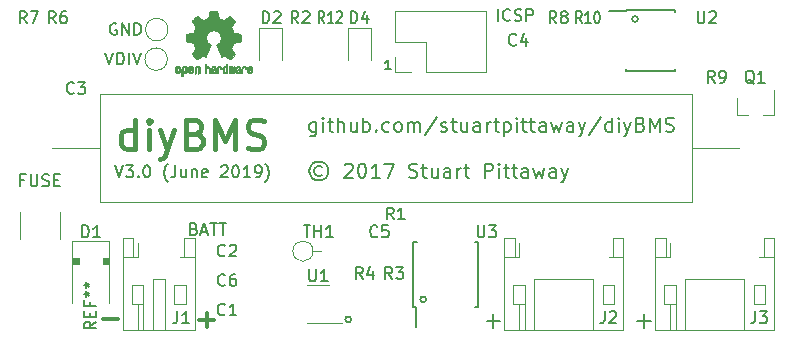
<source format=gto>
G04 #@! TF.GenerationSoftware,KiCad,Pcbnew,(5.1.0)-1*
G04 #@! TF.CreationDate,2019-06-25T11:49:38+01:00*
G04 #@! TF.ProjectId,BMS_Cell_Module,424d535f-4365-46c6-9c5f-4d6f64756c65,3.0*
G04 #@! TF.SameCoordinates,Original*
G04 #@! TF.FileFunction,Legend,Top*
G04 #@! TF.FilePolarity,Positive*
%FSLAX46Y46*%
G04 Gerber Fmt 4.6, Leading zero omitted, Abs format (unit mm)*
G04 Created by KiCad (PCBNEW (5.1.0)-1) date 2019-06-25 11:49:38*
%MOMM*%
%LPD*%
G04 APERTURE LIST*
%ADD10C,0.200000*%
%ADD11C,0.150000*%
%ADD12C,0.300000*%
%ADD13C,0.400000*%
%ADD14C,0.120000*%
%ADD15C,0.010000*%
G04 APERTURE END LIST*
D10*
X162721428Y-97857142D02*
X161578571Y-97857142D01*
X162150000Y-98428571D02*
X162150000Y-97285714D01*
X149971428Y-97857142D02*
X148828571Y-97857142D01*
X149400000Y-98428571D02*
X149400000Y-97285714D01*
D11*
X124065952Y-90068571D02*
X124208809Y-90116190D01*
X124256428Y-90163809D01*
X124304047Y-90259047D01*
X124304047Y-90401904D01*
X124256428Y-90497142D01*
X124208809Y-90544761D01*
X124113571Y-90592380D01*
X123732619Y-90592380D01*
X123732619Y-89592380D01*
X124065952Y-89592380D01*
X124161190Y-89640000D01*
X124208809Y-89687619D01*
X124256428Y-89782857D01*
X124256428Y-89878095D01*
X124208809Y-89973333D01*
X124161190Y-90020952D01*
X124065952Y-90068571D01*
X123732619Y-90068571D01*
X124685000Y-90306666D02*
X125161190Y-90306666D01*
X124589761Y-90592380D02*
X124923095Y-89592380D01*
X125256428Y-90592380D01*
X125446904Y-89592380D02*
X126018333Y-89592380D01*
X125732619Y-90592380D02*
X125732619Y-89592380D01*
X126208809Y-89592380D02*
X126780238Y-89592380D01*
X126494523Y-90592380D02*
X126494523Y-89592380D01*
X134397500Y-81042857D02*
X134397500Y-82014285D01*
X134340357Y-82128571D01*
X134283214Y-82185714D01*
X134168928Y-82242857D01*
X133997500Y-82242857D01*
X133883214Y-82185714D01*
X134397500Y-81785714D02*
X134283214Y-81842857D01*
X134054642Y-81842857D01*
X133940357Y-81785714D01*
X133883214Y-81728571D01*
X133826071Y-81614285D01*
X133826071Y-81271428D01*
X133883214Y-81157142D01*
X133940357Y-81100000D01*
X134054642Y-81042857D01*
X134283214Y-81042857D01*
X134397500Y-81100000D01*
X134968928Y-81842857D02*
X134968928Y-81042857D01*
X134968928Y-80642857D02*
X134911785Y-80700000D01*
X134968928Y-80757142D01*
X135026071Y-80700000D01*
X134968928Y-80642857D01*
X134968928Y-80757142D01*
X135368928Y-81042857D02*
X135826071Y-81042857D01*
X135540357Y-80642857D02*
X135540357Y-81671428D01*
X135597500Y-81785714D01*
X135711785Y-81842857D01*
X135826071Y-81842857D01*
X136226071Y-81842857D02*
X136226071Y-80642857D01*
X136740357Y-81842857D02*
X136740357Y-81214285D01*
X136683214Y-81100000D01*
X136568928Y-81042857D01*
X136397500Y-81042857D01*
X136283214Y-81100000D01*
X136226071Y-81157142D01*
X137826071Y-81042857D02*
X137826071Y-81842857D01*
X137311785Y-81042857D02*
X137311785Y-81671428D01*
X137368928Y-81785714D01*
X137483214Y-81842857D01*
X137654642Y-81842857D01*
X137768928Y-81785714D01*
X137826071Y-81728571D01*
X138397500Y-81842857D02*
X138397500Y-80642857D01*
X138397500Y-81100000D02*
X138511785Y-81042857D01*
X138740357Y-81042857D01*
X138854642Y-81100000D01*
X138911785Y-81157142D01*
X138968928Y-81271428D01*
X138968928Y-81614285D01*
X138911785Y-81728571D01*
X138854642Y-81785714D01*
X138740357Y-81842857D01*
X138511785Y-81842857D01*
X138397500Y-81785714D01*
X139483214Y-81728571D02*
X139540357Y-81785714D01*
X139483214Y-81842857D01*
X139426071Y-81785714D01*
X139483214Y-81728571D01*
X139483214Y-81842857D01*
X140568928Y-81785714D02*
X140454642Y-81842857D01*
X140226071Y-81842857D01*
X140111785Y-81785714D01*
X140054642Y-81728571D01*
X139997500Y-81614285D01*
X139997500Y-81271428D01*
X140054642Y-81157142D01*
X140111785Y-81100000D01*
X140226071Y-81042857D01*
X140454642Y-81042857D01*
X140568928Y-81100000D01*
X141254642Y-81842857D02*
X141140357Y-81785714D01*
X141083214Y-81728571D01*
X141026071Y-81614285D01*
X141026071Y-81271428D01*
X141083214Y-81157142D01*
X141140357Y-81100000D01*
X141254642Y-81042857D01*
X141426071Y-81042857D01*
X141540357Y-81100000D01*
X141597500Y-81157142D01*
X141654642Y-81271428D01*
X141654642Y-81614285D01*
X141597500Y-81728571D01*
X141540357Y-81785714D01*
X141426071Y-81842857D01*
X141254642Y-81842857D01*
X142168928Y-81842857D02*
X142168928Y-81042857D01*
X142168928Y-81157142D02*
X142226071Y-81100000D01*
X142340357Y-81042857D01*
X142511785Y-81042857D01*
X142626071Y-81100000D01*
X142683214Y-81214285D01*
X142683214Y-81842857D01*
X142683214Y-81214285D02*
X142740357Y-81100000D01*
X142854642Y-81042857D01*
X143026071Y-81042857D01*
X143140357Y-81100000D01*
X143197500Y-81214285D01*
X143197500Y-81842857D01*
X144626071Y-80585714D02*
X143597500Y-82128571D01*
X144968928Y-81785714D02*
X145083214Y-81842857D01*
X145311785Y-81842857D01*
X145426071Y-81785714D01*
X145483214Y-81671428D01*
X145483214Y-81614285D01*
X145426071Y-81500000D01*
X145311785Y-81442857D01*
X145140357Y-81442857D01*
X145026071Y-81385714D01*
X144968928Y-81271428D01*
X144968928Y-81214285D01*
X145026071Y-81100000D01*
X145140357Y-81042857D01*
X145311785Y-81042857D01*
X145426071Y-81100000D01*
X145826071Y-81042857D02*
X146283214Y-81042857D01*
X145997500Y-80642857D02*
X145997500Y-81671428D01*
X146054642Y-81785714D01*
X146168928Y-81842857D01*
X146283214Y-81842857D01*
X147197500Y-81042857D02*
X147197500Y-81842857D01*
X146683214Y-81042857D02*
X146683214Y-81671428D01*
X146740357Y-81785714D01*
X146854642Y-81842857D01*
X147026071Y-81842857D01*
X147140357Y-81785714D01*
X147197500Y-81728571D01*
X148283214Y-81842857D02*
X148283214Y-81214285D01*
X148226071Y-81100000D01*
X148111785Y-81042857D01*
X147883214Y-81042857D01*
X147768928Y-81100000D01*
X148283214Y-81785714D02*
X148168928Y-81842857D01*
X147883214Y-81842857D01*
X147768928Y-81785714D01*
X147711785Y-81671428D01*
X147711785Y-81557142D01*
X147768928Y-81442857D01*
X147883214Y-81385714D01*
X148168928Y-81385714D01*
X148283214Y-81328571D01*
X148854642Y-81842857D02*
X148854642Y-81042857D01*
X148854642Y-81271428D02*
X148911785Y-81157142D01*
X148968928Y-81100000D01*
X149083214Y-81042857D01*
X149197500Y-81042857D01*
X149426071Y-81042857D02*
X149883214Y-81042857D01*
X149597500Y-80642857D02*
X149597500Y-81671428D01*
X149654642Y-81785714D01*
X149768928Y-81842857D01*
X149883214Y-81842857D01*
X150283214Y-81042857D02*
X150283214Y-82242857D01*
X150283214Y-81100000D02*
X150397500Y-81042857D01*
X150626071Y-81042857D01*
X150740357Y-81100000D01*
X150797500Y-81157142D01*
X150854642Y-81271428D01*
X150854642Y-81614285D01*
X150797500Y-81728571D01*
X150740357Y-81785714D01*
X150626071Y-81842857D01*
X150397500Y-81842857D01*
X150283214Y-81785714D01*
X151368928Y-81842857D02*
X151368928Y-81042857D01*
X151368928Y-80642857D02*
X151311785Y-80700000D01*
X151368928Y-80757142D01*
X151426071Y-80700000D01*
X151368928Y-80642857D01*
X151368928Y-80757142D01*
X151768928Y-81042857D02*
X152226071Y-81042857D01*
X151940357Y-80642857D02*
X151940357Y-81671428D01*
X151997500Y-81785714D01*
X152111785Y-81842857D01*
X152226071Y-81842857D01*
X152454642Y-81042857D02*
X152911785Y-81042857D01*
X152626071Y-80642857D02*
X152626071Y-81671428D01*
X152683214Y-81785714D01*
X152797500Y-81842857D01*
X152911785Y-81842857D01*
X153826071Y-81842857D02*
X153826071Y-81214285D01*
X153768928Y-81100000D01*
X153654642Y-81042857D01*
X153426071Y-81042857D01*
X153311785Y-81100000D01*
X153826071Y-81785714D02*
X153711785Y-81842857D01*
X153426071Y-81842857D01*
X153311785Y-81785714D01*
X153254642Y-81671428D01*
X153254642Y-81557142D01*
X153311785Y-81442857D01*
X153426071Y-81385714D01*
X153711785Y-81385714D01*
X153826071Y-81328571D01*
X154283214Y-81042857D02*
X154511785Y-81842857D01*
X154740357Y-81271428D01*
X154968928Y-81842857D01*
X155197500Y-81042857D01*
X156168928Y-81842857D02*
X156168928Y-81214285D01*
X156111785Y-81100000D01*
X155997500Y-81042857D01*
X155768928Y-81042857D01*
X155654642Y-81100000D01*
X156168928Y-81785714D02*
X156054642Y-81842857D01*
X155768928Y-81842857D01*
X155654642Y-81785714D01*
X155597500Y-81671428D01*
X155597500Y-81557142D01*
X155654642Y-81442857D01*
X155768928Y-81385714D01*
X156054642Y-81385714D01*
X156168928Y-81328571D01*
X156626071Y-81042857D02*
X156911785Y-81842857D01*
X157197500Y-81042857D02*
X156911785Y-81842857D01*
X156797500Y-82128571D01*
X156740357Y-82185714D01*
X156626071Y-82242857D01*
X158511785Y-80585714D02*
X157483214Y-82128571D01*
X159426071Y-81842857D02*
X159426071Y-80642857D01*
X159426071Y-81785714D02*
X159311785Y-81842857D01*
X159083214Y-81842857D01*
X158968928Y-81785714D01*
X158911785Y-81728571D01*
X158854642Y-81614285D01*
X158854642Y-81271428D01*
X158911785Y-81157142D01*
X158968928Y-81100000D01*
X159083214Y-81042857D01*
X159311785Y-81042857D01*
X159426071Y-81100000D01*
X159997500Y-81842857D02*
X159997500Y-81042857D01*
X159997500Y-80642857D02*
X159940357Y-80700000D01*
X159997500Y-80757142D01*
X160054642Y-80700000D01*
X159997500Y-80642857D01*
X159997500Y-80757142D01*
X160454642Y-81042857D02*
X160740357Y-81842857D01*
X161026071Y-81042857D02*
X160740357Y-81842857D01*
X160626071Y-82128571D01*
X160568928Y-82185714D01*
X160454642Y-82242857D01*
X161883214Y-81214285D02*
X162054642Y-81271428D01*
X162111785Y-81328571D01*
X162168928Y-81442857D01*
X162168928Y-81614285D01*
X162111785Y-81728571D01*
X162054642Y-81785714D01*
X161940357Y-81842857D01*
X161483214Y-81842857D01*
X161483214Y-80642857D01*
X161883214Y-80642857D01*
X161997500Y-80700000D01*
X162054642Y-80757142D01*
X162111785Y-80871428D01*
X162111785Y-80985714D01*
X162054642Y-81100000D01*
X161997500Y-81157142D01*
X161883214Y-81214285D01*
X161483214Y-81214285D01*
X162683214Y-81842857D02*
X162683214Y-80642857D01*
X163083214Y-81500000D01*
X163483214Y-80642857D01*
X163483214Y-81842857D01*
X163997500Y-81785714D02*
X164168928Y-81842857D01*
X164454642Y-81842857D01*
X164568928Y-81785714D01*
X164626071Y-81728571D01*
X164683214Y-81614285D01*
X164683214Y-81500000D01*
X164626071Y-81385714D01*
X164568928Y-81328571D01*
X164454642Y-81271428D01*
X164226071Y-81214285D01*
X164111785Y-81157142D01*
X164054642Y-81100000D01*
X163997500Y-80985714D01*
X163997500Y-80871428D01*
X164054642Y-80757142D01*
X164111785Y-80700000D01*
X164226071Y-80642857D01*
X164511785Y-80642857D01*
X164683214Y-80700000D01*
X134854642Y-84828571D02*
X134740357Y-84771428D01*
X134511785Y-84771428D01*
X134397500Y-84828571D01*
X134283214Y-84942857D01*
X134226071Y-85057142D01*
X134226071Y-85285714D01*
X134283214Y-85400000D01*
X134397500Y-85514285D01*
X134511785Y-85571428D01*
X134740357Y-85571428D01*
X134854642Y-85514285D01*
X134626071Y-84371428D02*
X134340357Y-84428571D01*
X134054642Y-84600000D01*
X133883214Y-84885714D01*
X133826071Y-85171428D01*
X133883214Y-85457142D01*
X134054642Y-85742857D01*
X134340357Y-85914285D01*
X134626071Y-85971428D01*
X134911785Y-85914285D01*
X135197500Y-85742857D01*
X135368928Y-85457142D01*
X135426071Y-85171428D01*
X135368928Y-84885714D01*
X135197500Y-84600000D01*
X134911785Y-84428571D01*
X134626071Y-84371428D01*
X136797500Y-84657142D02*
X136854642Y-84600000D01*
X136968928Y-84542857D01*
X137254642Y-84542857D01*
X137368928Y-84600000D01*
X137426071Y-84657142D01*
X137483214Y-84771428D01*
X137483214Y-84885714D01*
X137426071Y-85057142D01*
X136740357Y-85742857D01*
X137483214Y-85742857D01*
X138226071Y-84542857D02*
X138340357Y-84542857D01*
X138454642Y-84600000D01*
X138511785Y-84657142D01*
X138568928Y-84771428D01*
X138626071Y-85000000D01*
X138626071Y-85285714D01*
X138568928Y-85514285D01*
X138511785Y-85628571D01*
X138454642Y-85685714D01*
X138340357Y-85742857D01*
X138226071Y-85742857D01*
X138111785Y-85685714D01*
X138054642Y-85628571D01*
X137997500Y-85514285D01*
X137940357Y-85285714D01*
X137940357Y-85000000D01*
X137997500Y-84771428D01*
X138054642Y-84657142D01*
X138111785Y-84600000D01*
X138226071Y-84542857D01*
X139768928Y-85742857D02*
X139083214Y-85742857D01*
X139426071Y-85742857D02*
X139426071Y-84542857D01*
X139311785Y-84714285D01*
X139197500Y-84828571D01*
X139083214Y-84885714D01*
X140168928Y-84542857D02*
X140968928Y-84542857D01*
X140454642Y-85742857D01*
X142283214Y-85685714D02*
X142454642Y-85742857D01*
X142740357Y-85742857D01*
X142854642Y-85685714D01*
X142911785Y-85628571D01*
X142968928Y-85514285D01*
X142968928Y-85400000D01*
X142911785Y-85285714D01*
X142854642Y-85228571D01*
X142740357Y-85171428D01*
X142511785Y-85114285D01*
X142397500Y-85057142D01*
X142340357Y-85000000D01*
X142283214Y-84885714D01*
X142283214Y-84771428D01*
X142340357Y-84657142D01*
X142397500Y-84600000D01*
X142511785Y-84542857D01*
X142797500Y-84542857D01*
X142968928Y-84600000D01*
X143311785Y-84942857D02*
X143768928Y-84942857D01*
X143483214Y-84542857D02*
X143483214Y-85571428D01*
X143540357Y-85685714D01*
X143654642Y-85742857D01*
X143768928Y-85742857D01*
X144683214Y-84942857D02*
X144683214Y-85742857D01*
X144168928Y-84942857D02*
X144168928Y-85571428D01*
X144226071Y-85685714D01*
X144340357Y-85742857D01*
X144511785Y-85742857D01*
X144626071Y-85685714D01*
X144683214Y-85628571D01*
X145768928Y-85742857D02*
X145768928Y-85114285D01*
X145711785Y-85000000D01*
X145597500Y-84942857D01*
X145368928Y-84942857D01*
X145254642Y-85000000D01*
X145768928Y-85685714D02*
X145654642Y-85742857D01*
X145368928Y-85742857D01*
X145254642Y-85685714D01*
X145197500Y-85571428D01*
X145197500Y-85457142D01*
X145254642Y-85342857D01*
X145368928Y-85285714D01*
X145654642Y-85285714D01*
X145768928Y-85228571D01*
X146340357Y-85742857D02*
X146340357Y-84942857D01*
X146340357Y-85171428D02*
X146397500Y-85057142D01*
X146454642Y-85000000D01*
X146568928Y-84942857D01*
X146683214Y-84942857D01*
X146911785Y-84942857D02*
X147368928Y-84942857D01*
X147083214Y-84542857D02*
X147083214Y-85571428D01*
X147140357Y-85685714D01*
X147254642Y-85742857D01*
X147368928Y-85742857D01*
X148683214Y-85742857D02*
X148683214Y-84542857D01*
X149140357Y-84542857D01*
X149254642Y-84600000D01*
X149311785Y-84657142D01*
X149368928Y-84771428D01*
X149368928Y-84942857D01*
X149311785Y-85057142D01*
X149254642Y-85114285D01*
X149140357Y-85171428D01*
X148683214Y-85171428D01*
X149883214Y-85742857D02*
X149883214Y-84942857D01*
X149883214Y-84542857D02*
X149826071Y-84600000D01*
X149883214Y-84657142D01*
X149940357Y-84600000D01*
X149883214Y-84542857D01*
X149883214Y-84657142D01*
X150283214Y-84942857D02*
X150740357Y-84942857D01*
X150454642Y-84542857D02*
X150454642Y-85571428D01*
X150511785Y-85685714D01*
X150626071Y-85742857D01*
X150740357Y-85742857D01*
X150968928Y-84942857D02*
X151426071Y-84942857D01*
X151140357Y-84542857D02*
X151140357Y-85571428D01*
X151197500Y-85685714D01*
X151311785Y-85742857D01*
X151426071Y-85742857D01*
X152340357Y-85742857D02*
X152340357Y-85114285D01*
X152283214Y-85000000D01*
X152168928Y-84942857D01*
X151940357Y-84942857D01*
X151826071Y-85000000D01*
X152340357Y-85685714D02*
X152226071Y-85742857D01*
X151940357Y-85742857D01*
X151826071Y-85685714D01*
X151768928Y-85571428D01*
X151768928Y-85457142D01*
X151826071Y-85342857D01*
X151940357Y-85285714D01*
X152226071Y-85285714D01*
X152340357Y-85228571D01*
X152797500Y-84942857D02*
X153026071Y-85742857D01*
X153254642Y-85171428D01*
X153483214Y-85742857D01*
X153711785Y-84942857D01*
X154683214Y-85742857D02*
X154683214Y-85114285D01*
X154626071Y-85000000D01*
X154511785Y-84942857D01*
X154283214Y-84942857D01*
X154168928Y-85000000D01*
X154683214Y-85685714D02*
X154568928Y-85742857D01*
X154283214Y-85742857D01*
X154168928Y-85685714D01*
X154111785Y-85571428D01*
X154111785Y-85457142D01*
X154168928Y-85342857D01*
X154283214Y-85285714D01*
X154568928Y-85285714D01*
X154683214Y-85228571D01*
X155140357Y-84942857D02*
X155426071Y-85742857D01*
X155711785Y-84942857D02*
X155426071Y-85742857D01*
X155311785Y-86028571D01*
X155254642Y-86085714D01*
X155140357Y-86142857D01*
X137350000Y-97740000D02*
G75*
G03X137350000Y-97740000I-250000J0D01*
G01*
X140718571Y-76561904D02*
X140261428Y-76561904D01*
X140490000Y-76561904D02*
X140490000Y-75761904D01*
X140413809Y-75876190D01*
X140337619Y-75952380D01*
X140261428Y-75990476D01*
D12*
X124515476Y-97789285D02*
X125734523Y-97789285D01*
X125125000Y-98398809D02*
X125125000Y-97179761D01*
D11*
X143710000Y-96040000D02*
G75*
G03X143710000Y-96040000I-250000J0D01*
G01*
X161650000Y-72300000D02*
G75*
G03X161650000Y-72300000I-250000J0D01*
G01*
X109690476Y-85928571D02*
X109357142Y-85928571D01*
X109357142Y-86452380D02*
X109357142Y-85452380D01*
X109833333Y-85452380D01*
X110214285Y-85452380D02*
X110214285Y-86261904D01*
X110261904Y-86357142D01*
X110309523Y-86404761D01*
X110404761Y-86452380D01*
X110595238Y-86452380D01*
X110690476Y-86404761D01*
X110738095Y-86357142D01*
X110785714Y-86261904D01*
X110785714Y-85452380D01*
X111214285Y-86404761D02*
X111357142Y-86452380D01*
X111595238Y-86452380D01*
X111690476Y-86404761D01*
X111738095Y-86357142D01*
X111785714Y-86261904D01*
X111785714Y-86166666D01*
X111738095Y-86071428D01*
X111690476Y-86023809D01*
X111595238Y-85976190D01*
X111404761Y-85928571D01*
X111309523Y-85880952D01*
X111261904Y-85833333D01*
X111214285Y-85738095D01*
X111214285Y-85642857D01*
X111261904Y-85547619D01*
X111309523Y-85500000D01*
X111404761Y-85452380D01*
X111642857Y-85452380D01*
X111785714Y-85500000D01*
X112214285Y-85928571D02*
X112547619Y-85928571D01*
X112690476Y-86452380D02*
X112214285Y-86452380D01*
X112214285Y-85452380D01*
X112690476Y-85452380D01*
X117388571Y-84702380D02*
X117721904Y-85702380D01*
X118055238Y-84702380D01*
X118293333Y-84702380D02*
X118912380Y-84702380D01*
X118579047Y-85083333D01*
X118721904Y-85083333D01*
X118817142Y-85130952D01*
X118864761Y-85178571D01*
X118912380Y-85273809D01*
X118912380Y-85511904D01*
X118864761Y-85607142D01*
X118817142Y-85654761D01*
X118721904Y-85702380D01*
X118436190Y-85702380D01*
X118340952Y-85654761D01*
X118293333Y-85607142D01*
X119340952Y-85607142D02*
X119388571Y-85654761D01*
X119340952Y-85702380D01*
X119293333Y-85654761D01*
X119340952Y-85607142D01*
X119340952Y-85702380D01*
X120007619Y-84702380D02*
X120102857Y-84702380D01*
X120198095Y-84750000D01*
X120245714Y-84797619D01*
X120293333Y-84892857D01*
X120340952Y-85083333D01*
X120340952Y-85321428D01*
X120293333Y-85511904D01*
X120245714Y-85607142D01*
X120198095Y-85654761D01*
X120102857Y-85702380D01*
X120007619Y-85702380D01*
X119912380Y-85654761D01*
X119864761Y-85607142D01*
X119817142Y-85511904D01*
X119769523Y-85321428D01*
X119769523Y-85083333D01*
X119817142Y-84892857D01*
X119864761Y-84797619D01*
X119912380Y-84750000D01*
X120007619Y-84702380D01*
X121817142Y-86083333D02*
X121769523Y-86035714D01*
X121674285Y-85892857D01*
X121626666Y-85797619D01*
X121579047Y-85654761D01*
X121531428Y-85416666D01*
X121531428Y-85226190D01*
X121579047Y-84988095D01*
X121626666Y-84845238D01*
X121674285Y-84750000D01*
X121769523Y-84607142D01*
X121817142Y-84559523D01*
X122483809Y-84702380D02*
X122483809Y-85416666D01*
X122436190Y-85559523D01*
X122340952Y-85654761D01*
X122198095Y-85702380D01*
X122102857Y-85702380D01*
X123388571Y-85035714D02*
X123388571Y-85702380D01*
X122960000Y-85035714D02*
X122960000Y-85559523D01*
X123007619Y-85654761D01*
X123102857Y-85702380D01*
X123245714Y-85702380D01*
X123340952Y-85654761D01*
X123388571Y-85607142D01*
X123864761Y-85035714D02*
X123864761Y-85702380D01*
X123864761Y-85130952D02*
X123912380Y-85083333D01*
X124007619Y-85035714D01*
X124150476Y-85035714D01*
X124245714Y-85083333D01*
X124293333Y-85178571D01*
X124293333Y-85702380D01*
X125150476Y-85654761D02*
X125055238Y-85702380D01*
X124864761Y-85702380D01*
X124769523Y-85654761D01*
X124721904Y-85559523D01*
X124721904Y-85178571D01*
X124769523Y-85083333D01*
X124864761Y-85035714D01*
X125055238Y-85035714D01*
X125150476Y-85083333D01*
X125198095Y-85178571D01*
X125198095Y-85273809D01*
X124721904Y-85369047D01*
X126340952Y-84797619D02*
X126388571Y-84750000D01*
X126483809Y-84702380D01*
X126721904Y-84702380D01*
X126817142Y-84750000D01*
X126864761Y-84797619D01*
X126912380Y-84892857D01*
X126912380Y-84988095D01*
X126864761Y-85130952D01*
X126293333Y-85702380D01*
X126912380Y-85702380D01*
X127531428Y-84702380D02*
X127626666Y-84702380D01*
X127721904Y-84750000D01*
X127769523Y-84797619D01*
X127817142Y-84892857D01*
X127864761Y-85083333D01*
X127864761Y-85321428D01*
X127817142Y-85511904D01*
X127769523Y-85607142D01*
X127721904Y-85654761D01*
X127626666Y-85702380D01*
X127531428Y-85702380D01*
X127436190Y-85654761D01*
X127388571Y-85607142D01*
X127340952Y-85511904D01*
X127293333Y-85321428D01*
X127293333Y-85083333D01*
X127340952Y-84892857D01*
X127388571Y-84797619D01*
X127436190Y-84750000D01*
X127531428Y-84702380D01*
X128817142Y-85702380D02*
X128245714Y-85702380D01*
X128531428Y-85702380D02*
X128531428Y-84702380D01*
X128436190Y-84845238D01*
X128340952Y-84940476D01*
X128245714Y-84988095D01*
X129293333Y-85702380D02*
X129483809Y-85702380D01*
X129579047Y-85654761D01*
X129626666Y-85607142D01*
X129721904Y-85464285D01*
X129769523Y-85273809D01*
X129769523Y-84892857D01*
X129721904Y-84797619D01*
X129674285Y-84750000D01*
X129579047Y-84702380D01*
X129388571Y-84702380D01*
X129293333Y-84750000D01*
X129245714Y-84797619D01*
X129198095Y-84892857D01*
X129198095Y-85130952D01*
X129245714Y-85226190D01*
X129293333Y-85273809D01*
X129388571Y-85321428D01*
X129579047Y-85321428D01*
X129674285Y-85273809D01*
X129721904Y-85226190D01*
X129769523Y-85130952D01*
X130102857Y-86083333D02*
X130150476Y-86035714D01*
X130245714Y-85892857D01*
X130293333Y-85797619D01*
X130340952Y-85654761D01*
X130388571Y-85416666D01*
X130388571Y-85226190D01*
X130340952Y-84988095D01*
X130293333Y-84845238D01*
X130245714Y-84750000D01*
X130150476Y-84607142D01*
X130102857Y-84559523D01*
D13*
X119069047Y-83330952D02*
X119069047Y-80830952D01*
X119069047Y-83211904D02*
X118830952Y-83330952D01*
X118354761Y-83330952D01*
X118116666Y-83211904D01*
X117997619Y-83092857D01*
X117878571Y-82854761D01*
X117878571Y-82140476D01*
X117997619Y-81902380D01*
X118116666Y-81783333D01*
X118354761Y-81664285D01*
X118830952Y-81664285D01*
X119069047Y-81783333D01*
X120259523Y-83330952D02*
X120259523Y-81664285D01*
X120259523Y-80830952D02*
X120140476Y-80950000D01*
X120259523Y-81069047D01*
X120378571Y-80950000D01*
X120259523Y-80830952D01*
X120259523Y-81069047D01*
X121211904Y-81664285D02*
X121807142Y-83330952D01*
X122402380Y-81664285D02*
X121807142Y-83330952D01*
X121569047Y-83926190D01*
X121450000Y-84045238D01*
X121211904Y-84164285D01*
X124188095Y-82021428D02*
X124545238Y-82140476D01*
X124664285Y-82259523D01*
X124783333Y-82497619D01*
X124783333Y-82854761D01*
X124664285Y-83092857D01*
X124545238Y-83211904D01*
X124307142Y-83330952D01*
X123354761Y-83330952D01*
X123354761Y-80830952D01*
X124188095Y-80830952D01*
X124426190Y-80950000D01*
X124545238Y-81069047D01*
X124664285Y-81307142D01*
X124664285Y-81545238D01*
X124545238Y-81783333D01*
X124426190Y-81902380D01*
X124188095Y-82021428D01*
X123354761Y-82021428D01*
X125854761Y-83330952D02*
X125854761Y-80830952D01*
X126688095Y-82616666D01*
X127521428Y-80830952D01*
X127521428Y-83330952D01*
X128592857Y-83211904D02*
X128950000Y-83330952D01*
X129545238Y-83330952D01*
X129783333Y-83211904D01*
X129902380Y-83092857D01*
X130021428Y-82854761D01*
X130021428Y-82616666D01*
X129902380Y-82378571D01*
X129783333Y-82259523D01*
X129545238Y-82140476D01*
X129069047Y-82021428D01*
X128830952Y-81902380D01*
X128711904Y-81783333D01*
X128592857Y-81545238D01*
X128592857Y-81307142D01*
X128711904Y-81069047D01*
X128830952Y-80950000D01*
X129069047Y-80830952D01*
X129664285Y-80830952D01*
X130021428Y-80950000D01*
D12*
X116365476Y-97739285D02*
X117584523Y-97739285D01*
D14*
X112020000Y-83250000D02*
X116060000Y-83250000D01*
X170220000Y-83250000D02*
X166180000Y-83250000D01*
X116060000Y-87810000D02*
X166180000Y-87810000D01*
X116060000Y-78690000D02*
X116060000Y-87810000D01*
X166180000Y-78690000D02*
X116060000Y-78690000D01*
X166180000Y-87810000D02*
X166180000Y-78690000D01*
X112710000Y-88670000D02*
X112710000Y-90930000D01*
X109290000Y-88670000D02*
X109290000Y-90930000D01*
G36*
X114315000Y-92520000D02*
G01*
X114315000Y-93020000D01*
X113765000Y-93020000D01*
X113765000Y-92520000D01*
X114315000Y-92520000D01*
G37*
X114315000Y-92520000D02*
X114315000Y-93020000D01*
X113765000Y-93020000D01*
X113765000Y-92520000D01*
X114315000Y-92520000D01*
G36*
X116865000Y-92520000D02*
G01*
X116865000Y-93020000D01*
X116315000Y-93020000D01*
X116315000Y-92520000D01*
X116865000Y-92520000D01*
G37*
X116865000Y-92520000D02*
X116865000Y-93020000D01*
X116315000Y-93020000D01*
X116315000Y-92520000D01*
X116865000Y-92520000D01*
X113765000Y-91120000D02*
X113765000Y-96370000D01*
X116815000Y-91070000D02*
X113765000Y-91070000D01*
X116865000Y-96370000D02*
X116865000Y-91120000D01*
D11*
X160605000Y-71615000D02*
X159205000Y-71615000D01*
X160605000Y-76715000D02*
X164755000Y-76715000D01*
X160605000Y-71565000D02*
X164755000Y-71565000D01*
X160605000Y-76715000D02*
X160605000Y-76570000D01*
X164755000Y-76715000D02*
X164755000Y-76570000D01*
X164755000Y-71565000D02*
X164755000Y-71710000D01*
X160605000Y-71565000D02*
X160605000Y-71615000D01*
X142820000Y-96670000D02*
X142820000Y-98420000D01*
X148125000Y-96670000D02*
X148125000Y-91170000D01*
X142615000Y-96670000D02*
X142615000Y-91170000D01*
X148125000Y-96670000D02*
X147825000Y-96670000D01*
X148125000Y-91170000D02*
X147825000Y-91170000D01*
X142615000Y-91170000D02*
X142915000Y-91170000D01*
X142615000Y-96670000D02*
X142820000Y-96670000D01*
D14*
X169990000Y-80450000D02*
X169990000Y-78990000D01*
X173150000Y-80450000D02*
X173150000Y-78290000D01*
X173150000Y-80450000D02*
X172220000Y-80450000D01*
X169990000Y-80450000D02*
X170920000Y-80450000D01*
X121800000Y-75700000D02*
G75*
G03X121800000Y-75700000I-950000J0D01*
G01*
X121850000Y-73200000D02*
G75*
G03X121850000Y-73200000I-950000J0D01*
G01*
X129590000Y-73065000D02*
X129590000Y-75750000D01*
X131510000Y-73065000D02*
X129590000Y-73065000D01*
X131510000Y-75750000D02*
X131510000Y-73065000D01*
X139010000Y-75750000D02*
X139010000Y-73065000D01*
X139010000Y-73065000D02*
X137090000Y-73065000D01*
X137090000Y-73065000D02*
X137090000Y-75750000D01*
X152850000Y-98650000D02*
X152850000Y-94300000D01*
X152850000Y-94300000D02*
X157850000Y-94300000D01*
X157850000Y-94300000D02*
X157850000Y-98650000D01*
X151550000Y-92450000D02*
X151200000Y-92450000D01*
X151200000Y-92450000D02*
X151200000Y-90850000D01*
X151200000Y-90850000D02*
X150300000Y-90850000D01*
X150300000Y-90850000D02*
X150300000Y-98650000D01*
X150300000Y-98650000D02*
X160400000Y-98650000D01*
X160400000Y-98650000D02*
X160400000Y-90850000D01*
X160400000Y-90850000D02*
X159500000Y-90850000D01*
X159500000Y-90850000D02*
X159500000Y-92450000D01*
X159500000Y-92450000D02*
X159150000Y-92450000D01*
X150300000Y-92450000D02*
X151200000Y-92450000D01*
X160400000Y-92450000D02*
X159500000Y-92450000D01*
X151050000Y-94800000D02*
X151050000Y-96400000D01*
X151050000Y-96400000D02*
X152050000Y-96400000D01*
X152050000Y-96400000D02*
X152050000Y-94800000D01*
X152050000Y-94800000D02*
X151050000Y-94800000D01*
X159650000Y-94800000D02*
X159650000Y-96400000D01*
X159650000Y-96400000D02*
X158650000Y-96400000D01*
X158650000Y-96400000D02*
X158650000Y-94800000D01*
X158650000Y-94800000D02*
X159650000Y-94800000D01*
X152050000Y-96400000D02*
X152050000Y-98650000D01*
X151550000Y-96400000D02*
X151550000Y-98650000D01*
X151550000Y-92450000D02*
X151550000Y-91250000D01*
X165629762Y-98650000D02*
X165629762Y-94300000D01*
X165629762Y-94300000D02*
X170629762Y-94300000D01*
X170629762Y-94300000D02*
X170629762Y-98650000D01*
X164329762Y-92450000D02*
X163979762Y-92450000D01*
X163979762Y-92450000D02*
X163979762Y-90850000D01*
X163979762Y-90850000D02*
X163079762Y-90850000D01*
X163079762Y-90850000D02*
X163079762Y-98650000D01*
X163079762Y-98650000D02*
X173179762Y-98650000D01*
X173179762Y-98650000D02*
X173179762Y-90850000D01*
X173179762Y-90850000D02*
X172279762Y-90850000D01*
X172279762Y-90850000D02*
X172279762Y-92450000D01*
X172279762Y-92450000D02*
X171929762Y-92450000D01*
X163079762Y-92450000D02*
X163979762Y-92450000D01*
X173179762Y-92450000D02*
X172279762Y-92450000D01*
X163829762Y-94800000D02*
X163829762Y-96400000D01*
X163829762Y-96400000D02*
X164829762Y-96400000D01*
X164829762Y-96400000D02*
X164829762Y-94800000D01*
X164829762Y-94800000D02*
X163829762Y-94800000D01*
X172429762Y-94800000D02*
X172429762Y-96400000D01*
X172429762Y-96400000D02*
X171429762Y-96400000D01*
X171429762Y-96400000D02*
X171429762Y-94800000D01*
X171429762Y-94800000D02*
X172429762Y-94800000D01*
X164829762Y-96400000D02*
X164829762Y-98650000D01*
X164329762Y-96400000D02*
X164329762Y-98650000D01*
X164329762Y-92450000D02*
X164329762Y-91250000D01*
X148810000Y-76830000D02*
X148810000Y-71630000D01*
X143670000Y-76830000D02*
X148810000Y-76830000D01*
X141070000Y-71630000D02*
X148810000Y-71630000D01*
X143670000Y-76830000D02*
X143670000Y-74230000D01*
X143670000Y-74230000D02*
X141070000Y-74230000D01*
X141070000Y-74230000D02*
X141070000Y-71630000D01*
X142400000Y-76830000D02*
X141070000Y-76830000D01*
X141070000Y-76830000D02*
X141070000Y-75500000D01*
X134135000Y-91950000D02*
G75*
G03X134135000Y-91950000I-860000J0D01*
G01*
X134135000Y-91950000D02*
X134815000Y-91950000D01*
X120575000Y-98650000D02*
X120575000Y-94300000D01*
X120575000Y-94300000D02*
X121575000Y-94300000D01*
X121575000Y-94300000D02*
X121575000Y-98650000D01*
X119275000Y-92450000D02*
X118925000Y-92450000D01*
X118925000Y-92450000D02*
X118925000Y-90850000D01*
X118925000Y-90850000D02*
X118025000Y-90850000D01*
X118025000Y-90850000D02*
X118025000Y-98650000D01*
X118025000Y-98650000D02*
X124125000Y-98650000D01*
X124125000Y-98650000D02*
X124125000Y-90850000D01*
X124125000Y-90850000D02*
X123225000Y-90850000D01*
X123225000Y-90850000D02*
X123225000Y-92450000D01*
X123225000Y-92450000D02*
X122875000Y-92450000D01*
X118025000Y-92450000D02*
X118925000Y-92450000D01*
X124125000Y-92450000D02*
X123225000Y-92450000D01*
X118775000Y-94800000D02*
X118775000Y-96400000D01*
X118775000Y-96400000D02*
X119775000Y-96400000D01*
X119775000Y-96400000D02*
X119775000Y-94800000D01*
X119775000Y-94800000D02*
X118775000Y-94800000D01*
X123375000Y-94800000D02*
X123375000Y-96400000D01*
X123375000Y-96400000D02*
X122375000Y-96400000D01*
X122375000Y-96400000D02*
X122375000Y-94800000D01*
X122375000Y-94800000D02*
X123375000Y-94800000D01*
X119775000Y-96400000D02*
X119775000Y-98650000D01*
X119275000Y-96400000D02*
X119275000Y-98650000D01*
X119275000Y-92450000D02*
X119275000Y-91250000D01*
X135450000Y-94790000D02*
X133650000Y-94790000D01*
X133650000Y-98010000D02*
X136600000Y-98010000D01*
D15*
G36*
X125803910Y-71592348D02*
G01*
X125882454Y-71592778D01*
X125939298Y-71593942D01*
X125978105Y-71596207D01*
X126002538Y-71599940D01*
X126016262Y-71605506D01*
X126022940Y-71613273D01*
X126026236Y-71623605D01*
X126026556Y-71624943D01*
X126031562Y-71649079D01*
X126040829Y-71696701D01*
X126053392Y-71762741D01*
X126068287Y-71842128D01*
X126084551Y-71929796D01*
X126085119Y-71932875D01*
X126101410Y-72018789D01*
X126116652Y-72094696D01*
X126129861Y-72156045D01*
X126140054Y-72198282D01*
X126146248Y-72216855D01*
X126146543Y-72217184D01*
X126164788Y-72226253D01*
X126202405Y-72241367D01*
X126251271Y-72259262D01*
X126251543Y-72259358D01*
X126313093Y-72282493D01*
X126385657Y-72311965D01*
X126454057Y-72341597D01*
X126457294Y-72343062D01*
X126568702Y-72393626D01*
X126815399Y-72225160D01*
X126891077Y-72173803D01*
X126959631Y-72127889D01*
X127017088Y-72090030D01*
X127059476Y-72062837D01*
X127082825Y-72048921D01*
X127085042Y-72047889D01*
X127102010Y-72052484D01*
X127133701Y-72074655D01*
X127181352Y-72115447D01*
X127246198Y-72175905D01*
X127312397Y-72240227D01*
X127376214Y-72303612D01*
X127433329Y-72361451D01*
X127480305Y-72410175D01*
X127513703Y-72446210D01*
X127530085Y-72465984D01*
X127530694Y-72467002D01*
X127532505Y-72480572D01*
X127525683Y-72502733D01*
X127508540Y-72536478D01*
X127479393Y-72584800D01*
X127436555Y-72650692D01*
X127379448Y-72735517D01*
X127328766Y-72810177D01*
X127283461Y-72877140D01*
X127246150Y-72932516D01*
X127219452Y-72972420D01*
X127205985Y-72992962D01*
X127205137Y-72994356D01*
X127206781Y-73014038D01*
X127219245Y-73052293D01*
X127240048Y-73101889D01*
X127247462Y-73117728D01*
X127279814Y-73188290D01*
X127314328Y-73268353D01*
X127342365Y-73337629D01*
X127362568Y-73389045D01*
X127378615Y-73428119D01*
X127387888Y-73448541D01*
X127389041Y-73450114D01*
X127406096Y-73452721D01*
X127446298Y-73459863D01*
X127504302Y-73470523D01*
X127574763Y-73483685D01*
X127652335Y-73498333D01*
X127731672Y-73513449D01*
X127807431Y-73528018D01*
X127874264Y-73541022D01*
X127926828Y-73551445D01*
X127959776Y-73558270D01*
X127967857Y-73560199D01*
X127976205Y-73564962D01*
X127982506Y-73575718D01*
X127987045Y-73596098D01*
X127990104Y-73629734D01*
X127991967Y-73680255D01*
X127992918Y-73751292D01*
X127993240Y-73846476D01*
X127993257Y-73885492D01*
X127993257Y-74202799D01*
X127917057Y-74217839D01*
X127874663Y-74225995D01*
X127811400Y-74237899D01*
X127734962Y-74252116D01*
X127653043Y-74267210D01*
X127630400Y-74271355D01*
X127554806Y-74286053D01*
X127488953Y-74300505D01*
X127438366Y-74313375D01*
X127408574Y-74323322D01*
X127403612Y-74326287D01*
X127391426Y-74347283D01*
X127373953Y-74387967D01*
X127354577Y-74440322D01*
X127350734Y-74451600D01*
X127325339Y-74521523D01*
X127293817Y-74600418D01*
X127262969Y-74671266D01*
X127262817Y-74671595D01*
X127211447Y-74782733D01*
X127380399Y-75031253D01*
X127549352Y-75279772D01*
X127332429Y-75497058D01*
X127266819Y-75561726D01*
X127206979Y-75618733D01*
X127156267Y-75665033D01*
X127118046Y-75697584D01*
X127095675Y-75713343D01*
X127092466Y-75714343D01*
X127073626Y-75706469D01*
X127035180Y-75684578D01*
X126981330Y-75651267D01*
X126916276Y-75609131D01*
X126845940Y-75561943D01*
X126774555Y-75513810D01*
X126710908Y-75471928D01*
X126659041Y-75438871D01*
X126622995Y-75417218D01*
X126606867Y-75409543D01*
X126587189Y-75416037D01*
X126549875Y-75433150D01*
X126502621Y-75457326D01*
X126497612Y-75460013D01*
X126433977Y-75491927D01*
X126390341Y-75507579D01*
X126363202Y-75507745D01*
X126349057Y-75493204D01*
X126348975Y-75493000D01*
X126341905Y-75475779D01*
X126325042Y-75434899D01*
X126299695Y-75373525D01*
X126267171Y-75294819D01*
X126228778Y-75201947D01*
X126185822Y-75098072D01*
X126144222Y-74997502D01*
X126098504Y-74886516D01*
X126056526Y-74783703D01*
X126019548Y-74692215D01*
X125988827Y-74615201D01*
X125965622Y-74555815D01*
X125951190Y-74517209D01*
X125946743Y-74502800D01*
X125957896Y-74486272D01*
X125987069Y-74459930D01*
X126025971Y-74430887D01*
X126136757Y-74339039D01*
X126223351Y-74233759D01*
X126284716Y-74117266D01*
X126319815Y-73991776D01*
X126327608Y-73859507D01*
X126321943Y-73798457D01*
X126291078Y-73671795D01*
X126237920Y-73559941D01*
X126165767Y-73464001D01*
X126077917Y-73385076D01*
X125977665Y-73324270D01*
X125868310Y-73282687D01*
X125753147Y-73261428D01*
X125635475Y-73261599D01*
X125518590Y-73284301D01*
X125405789Y-73330638D01*
X125300369Y-73401713D01*
X125256368Y-73441911D01*
X125171979Y-73545129D01*
X125113222Y-73657925D01*
X125079704Y-73777010D01*
X125071035Y-73899095D01*
X125086823Y-74020893D01*
X125126678Y-74139116D01*
X125190207Y-74250475D01*
X125277021Y-74351684D01*
X125374029Y-74430887D01*
X125414437Y-74461162D01*
X125442982Y-74487219D01*
X125453257Y-74502825D01*
X125447877Y-74519843D01*
X125432575Y-74560500D01*
X125408612Y-74621642D01*
X125377244Y-74700119D01*
X125339732Y-74792780D01*
X125297333Y-74896472D01*
X125255663Y-74997526D01*
X125209690Y-75108607D01*
X125167107Y-75211541D01*
X125129221Y-75303165D01*
X125097340Y-75380316D01*
X125072771Y-75439831D01*
X125056820Y-75478544D01*
X125050910Y-75493000D01*
X125036948Y-75507685D01*
X125009940Y-75507642D01*
X124966413Y-75492099D01*
X124902890Y-75460284D01*
X124902388Y-75460013D01*
X124854560Y-75435323D01*
X124815897Y-75417338D01*
X124794095Y-75409614D01*
X124793133Y-75409543D01*
X124776721Y-75417378D01*
X124740487Y-75439165D01*
X124688474Y-75472328D01*
X124624725Y-75514291D01*
X124554060Y-75561943D01*
X124482116Y-75610191D01*
X124417274Y-75652151D01*
X124363735Y-75685227D01*
X124325697Y-75706821D01*
X124307533Y-75714343D01*
X124290808Y-75704457D01*
X124257180Y-75676826D01*
X124210010Y-75634495D01*
X124152658Y-75580505D01*
X124088484Y-75517899D01*
X124067497Y-75496983D01*
X123850499Y-75279623D01*
X124015668Y-75037220D01*
X124065864Y-74962781D01*
X124109919Y-74895972D01*
X124145362Y-74840665D01*
X124169719Y-74800729D01*
X124180522Y-74780036D01*
X124180838Y-74778563D01*
X124175143Y-74759058D01*
X124159826Y-74719822D01*
X124137537Y-74667430D01*
X124121893Y-74632355D01*
X124092641Y-74565201D01*
X124065094Y-74497358D01*
X124043737Y-74440034D01*
X124037935Y-74422572D01*
X124021452Y-74375938D01*
X124005340Y-74339905D01*
X123996490Y-74326287D01*
X123976960Y-74317952D01*
X123934334Y-74306137D01*
X123874145Y-74292181D01*
X123801922Y-74277422D01*
X123769600Y-74271355D01*
X123687522Y-74256273D01*
X123608795Y-74241669D01*
X123541109Y-74228980D01*
X123492160Y-74219642D01*
X123482943Y-74217839D01*
X123406743Y-74202799D01*
X123406743Y-73885492D01*
X123406914Y-73781154D01*
X123407616Y-73702213D01*
X123409134Y-73645038D01*
X123411749Y-73605999D01*
X123415746Y-73581465D01*
X123421409Y-73567805D01*
X123429020Y-73561389D01*
X123432143Y-73560199D01*
X123450978Y-73555980D01*
X123492588Y-73547562D01*
X123551630Y-73535961D01*
X123622757Y-73522195D01*
X123700625Y-73507280D01*
X123779887Y-73492232D01*
X123855198Y-73478069D01*
X123921213Y-73465806D01*
X123972587Y-73456461D01*
X124003975Y-73451050D01*
X124010959Y-73450114D01*
X124017285Y-73437596D01*
X124031290Y-73404246D01*
X124050355Y-73356377D01*
X124057634Y-73337629D01*
X124086996Y-73265195D01*
X124121571Y-73185170D01*
X124152537Y-73117728D01*
X124175323Y-73066159D01*
X124190482Y-73023785D01*
X124195542Y-72997834D01*
X124194736Y-72994356D01*
X124184041Y-72977936D01*
X124159620Y-72941417D01*
X124124095Y-72888687D01*
X124080087Y-72823635D01*
X124030217Y-72750151D01*
X124020356Y-72735645D01*
X123962492Y-72649704D01*
X123919956Y-72584261D01*
X123891054Y-72536304D01*
X123874090Y-72502820D01*
X123867367Y-72480795D01*
X123869190Y-72467217D01*
X123869236Y-72467131D01*
X123883586Y-72449297D01*
X123915323Y-72414817D01*
X123961010Y-72367268D01*
X124017204Y-72310222D01*
X124080468Y-72247255D01*
X124087602Y-72240227D01*
X124167330Y-72163020D01*
X124228857Y-72106330D01*
X124273421Y-72069110D01*
X124302257Y-72050315D01*
X124314958Y-72047889D01*
X124333494Y-72058471D01*
X124371961Y-72082916D01*
X124426386Y-72118612D01*
X124492798Y-72162947D01*
X124567225Y-72213311D01*
X124584601Y-72225160D01*
X124831297Y-72393626D01*
X124942706Y-72343062D01*
X125010457Y-72313595D01*
X125083183Y-72283959D01*
X125145703Y-72260330D01*
X125148457Y-72259358D01*
X125197360Y-72241457D01*
X125235057Y-72226320D01*
X125253425Y-72217210D01*
X125253456Y-72217184D01*
X125259285Y-72200717D01*
X125269192Y-72160219D01*
X125282195Y-72100242D01*
X125297309Y-72025340D01*
X125313552Y-71940064D01*
X125314881Y-71932875D01*
X125331175Y-71845014D01*
X125346133Y-71765260D01*
X125358791Y-71698681D01*
X125368186Y-71650347D01*
X125373354Y-71625325D01*
X125373444Y-71624943D01*
X125376589Y-71614299D01*
X125382704Y-71606262D01*
X125395453Y-71600467D01*
X125418500Y-71596547D01*
X125455509Y-71594135D01*
X125510144Y-71592865D01*
X125586067Y-71592371D01*
X125686944Y-71592286D01*
X125700000Y-71592286D01*
X125803910Y-71592348D01*
X125803910Y-71592348D01*
G37*
X125803910Y-71592348D02*
X125882454Y-71592778D01*
X125939298Y-71593942D01*
X125978105Y-71596207D01*
X126002538Y-71599940D01*
X126016262Y-71605506D01*
X126022940Y-71613273D01*
X126026236Y-71623605D01*
X126026556Y-71624943D01*
X126031562Y-71649079D01*
X126040829Y-71696701D01*
X126053392Y-71762741D01*
X126068287Y-71842128D01*
X126084551Y-71929796D01*
X126085119Y-71932875D01*
X126101410Y-72018789D01*
X126116652Y-72094696D01*
X126129861Y-72156045D01*
X126140054Y-72198282D01*
X126146248Y-72216855D01*
X126146543Y-72217184D01*
X126164788Y-72226253D01*
X126202405Y-72241367D01*
X126251271Y-72259262D01*
X126251543Y-72259358D01*
X126313093Y-72282493D01*
X126385657Y-72311965D01*
X126454057Y-72341597D01*
X126457294Y-72343062D01*
X126568702Y-72393626D01*
X126815399Y-72225160D01*
X126891077Y-72173803D01*
X126959631Y-72127889D01*
X127017088Y-72090030D01*
X127059476Y-72062837D01*
X127082825Y-72048921D01*
X127085042Y-72047889D01*
X127102010Y-72052484D01*
X127133701Y-72074655D01*
X127181352Y-72115447D01*
X127246198Y-72175905D01*
X127312397Y-72240227D01*
X127376214Y-72303612D01*
X127433329Y-72361451D01*
X127480305Y-72410175D01*
X127513703Y-72446210D01*
X127530085Y-72465984D01*
X127530694Y-72467002D01*
X127532505Y-72480572D01*
X127525683Y-72502733D01*
X127508540Y-72536478D01*
X127479393Y-72584800D01*
X127436555Y-72650692D01*
X127379448Y-72735517D01*
X127328766Y-72810177D01*
X127283461Y-72877140D01*
X127246150Y-72932516D01*
X127219452Y-72972420D01*
X127205985Y-72992962D01*
X127205137Y-72994356D01*
X127206781Y-73014038D01*
X127219245Y-73052293D01*
X127240048Y-73101889D01*
X127247462Y-73117728D01*
X127279814Y-73188290D01*
X127314328Y-73268353D01*
X127342365Y-73337629D01*
X127362568Y-73389045D01*
X127378615Y-73428119D01*
X127387888Y-73448541D01*
X127389041Y-73450114D01*
X127406096Y-73452721D01*
X127446298Y-73459863D01*
X127504302Y-73470523D01*
X127574763Y-73483685D01*
X127652335Y-73498333D01*
X127731672Y-73513449D01*
X127807431Y-73528018D01*
X127874264Y-73541022D01*
X127926828Y-73551445D01*
X127959776Y-73558270D01*
X127967857Y-73560199D01*
X127976205Y-73564962D01*
X127982506Y-73575718D01*
X127987045Y-73596098D01*
X127990104Y-73629734D01*
X127991967Y-73680255D01*
X127992918Y-73751292D01*
X127993240Y-73846476D01*
X127993257Y-73885492D01*
X127993257Y-74202799D01*
X127917057Y-74217839D01*
X127874663Y-74225995D01*
X127811400Y-74237899D01*
X127734962Y-74252116D01*
X127653043Y-74267210D01*
X127630400Y-74271355D01*
X127554806Y-74286053D01*
X127488953Y-74300505D01*
X127438366Y-74313375D01*
X127408574Y-74323322D01*
X127403612Y-74326287D01*
X127391426Y-74347283D01*
X127373953Y-74387967D01*
X127354577Y-74440322D01*
X127350734Y-74451600D01*
X127325339Y-74521523D01*
X127293817Y-74600418D01*
X127262969Y-74671266D01*
X127262817Y-74671595D01*
X127211447Y-74782733D01*
X127380399Y-75031253D01*
X127549352Y-75279772D01*
X127332429Y-75497058D01*
X127266819Y-75561726D01*
X127206979Y-75618733D01*
X127156267Y-75665033D01*
X127118046Y-75697584D01*
X127095675Y-75713343D01*
X127092466Y-75714343D01*
X127073626Y-75706469D01*
X127035180Y-75684578D01*
X126981330Y-75651267D01*
X126916276Y-75609131D01*
X126845940Y-75561943D01*
X126774555Y-75513810D01*
X126710908Y-75471928D01*
X126659041Y-75438871D01*
X126622995Y-75417218D01*
X126606867Y-75409543D01*
X126587189Y-75416037D01*
X126549875Y-75433150D01*
X126502621Y-75457326D01*
X126497612Y-75460013D01*
X126433977Y-75491927D01*
X126390341Y-75507579D01*
X126363202Y-75507745D01*
X126349057Y-75493204D01*
X126348975Y-75493000D01*
X126341905Y-75475779D01*
X126325042Y-75434899D01*
X126299695Y-75373525D01*
X126267171Y-75294819D01*
X126228778Y-75201947D01*
X126185822Y-75098072D01*
X126144222Y-74997502D01*
X126098504Y-74886516D01*
X126056526Y-74783703D01*
X126019548Y-74692215D01*
X125988827Y-74615201D01*
X125965622Y-74555815D01*
X125951190Y-74517209D01*
X125946743Y-74502800D01*
X125957896Y-74486272D01*
X125987069Y-74459930D01*
X126025971Y-74430887D01*
X126136757Y-74339039D01*
X126223351Y-74233759D01*
X126284716Y-74117266D01*
X126319815Y-73991776D01*
X126327608Y-73859507D01*
X126321943Y-73798457D01*
X126291078Y-73671795D01*
X126237920Y-73559941D01*
X126165767Y-73464001D01*
X126077917Y-73385076D01*
X125977665Y-73324270D01*
X125868310Y-73282687D01*
X125753147Y-73261428D01*
X125635475Y-73261599D01*
X125518590Y-73284301D01*
X125405789Y-73330638D01*
X125300369Y-73401713D01*
X125256368Y-73441911D01*
X125171979Y-73545129D01*
X125113222Y-73657925D01*
X125079704Y-73777010D01*
X125071035Y-73899095D01*
X125086823Y-74020893D01*
X125126678Y-74139116D01*
X125190207Y-74250475D01*
X125277021Y-74351684D01*
X125374029Y-74430887D01*
X125414437Y-74461162D01*
X125442982Y-74487219D01*
X125453257Y-74502825D01*
X125447877Y-74519843D01*
X125432575Y-74560500D01*
X125408612Y-74621642D01*
X125377244Y-74700119D01*
X125339732Y-74792780D01*
X125297333Y-74896472D01*
X125255663Y-74997526D01*
X125209690Y-75108607D01*
X125167107Y-75211541D01*
X125129221Y-75303165D01*
X125097340Y-75380316D01*
X125072771Y-75439831D01*
X125056820Y-75478544D01*
X125050910Y-75493000D01*
X125036948Y-75507685D01*
X125009940Y-75507642D01*
X124966413Y-75492099D01*
X124902890Y-75460284D01*
X124902388Y-75460013D01*
X124854560Y-75435323D01*
X124815897Y-75417338D01*
X124794095Y-75409614D01*
X124793133Y-75409543D01*
X124776721Y-75417378D01*
X124740487Y-75439165D01*
X124688474Y-75472328D01*
X124624725Y-75514291D01*
X124554060Y-75561943D01*
X124482116Y-75610191D01*
X124417274Y-75652151D01*
X124363735Y-75685227D01*
X124325697Y-75706821D01*
X124307533Y-75714343D01*
X124290808Y-75704457D01*
X124257180Y-75676826D01*
X124210010Y-75634495D01*
X124152658Y-75580505D01*
X124088484Y-75517899D01*
X124067497Y-75496983D01*
X123850499Y-75279623D01*
X124015668Y-75037220D01*
X124065864Y-74962781D01*
X124109919Y-74895972D01*
X124145362Y-74840665D01*
X124169719Y-74800729D01*
X124180522Y-74780036D01*
X124180838Y-74778563D01*
X124175143Y-74759058D01*
X124159826Y-74719822D01*
X124137537Y-74667430D01*
X124121893Y-74632355D01*
X124092641Y-74565201D01*
X124065094Y-74497358D01*
X124043737Y-74440034D01*
X124037935Y-74422572D01*
X124021452Y-74375938D01*
X124005340Y-74339905D01*
X123996490Y-74326287D01*
X123976960Y-74317952D01*
X123934334Y-74306137D01*
X123874145Y-74292181D01*
X123801922Y-74277422D01*
X123769600Y-74271355D01*
X123687522Y-74256273D01*
X123608795Y-74241669D01*
X123541109Y-74228980D01*
X123492160Y-74219642D01*
X123482943Y-74217839D01*
X123406743Y-74202799D01*
X123406743Y-73885492D01*
X123406914Y-73781154D01*
X123407616Y-73702213D01*
X123409134Y-73645038D01*
X123411749Y-73605999D01*
X123415746Y-73581465D01*
X123421409Y-73567805D01*
X123429020Y-73561389D01*
X123432143Y-73560199D01*
X123450978Y-73555980D01*
X123492588Y-73547562D01*
X123551630Y-73535961D01*
X123622757Y-73522195D01*
X123700625Y-73507280D01*
X123779887Y-73492232D01*
X123855198Y-73478069D01*
X123921213Y-73465806D01*
X123972587Y-73456461D01*
X124003975Y-73451050D01*
X124010959Y-73450114D01*
X124017285Y-73437596D01*
X124031290Y-73404246D01*
X124050355Y-73356377D01*
X124057634Y-73337629D01*
X124086996Y-73265195D01*
X124121571Y-73185170D01*
X124152537Y-73117728D01*
X124175323Y-73066159D01*
X124190482Y-73023785D01*
X124195542Y-72997834D01*
X124194736Y-72994356D01*
X124184041Y-72977936D01*
X124159620Y-72941417D01*
X124124095Y-72888687D01*
X124080087Y-72823635D01*
X124030217Y-72750151D01*
X124020356Y-72735645D01*
X123962492Y-72649704D01*
X123919956Y-72584261D01*
X123891054Y-72536304D01*
X123874090Y-72502820D01*
X123867367Y-72480795D01*
X123869190Y-72467217D01*
X123869236Y-72467131D01*
X123883586Y-72449297D01*
X123915323Y-72414817D01*
X123961010Y-72367268D01*
X124017204Y-72310222D01*
X124080468Y-72247255D01*
X124087602Y-72240227D01*
X124167330Y-72163020D01*
X124228857Y-72106330D01*
X124273421Y-72069110D01*
X124302257Y-72050315D01*
X124314958Y-72047889D01*
X124333494Y-72058471D01*
X124371961Y-72082916D01*
X124426386Y-72118612D01*
X124492798Y-72162947D01*
X124567225Y-72213311D01*
X124584601Y-72225160D01*
X124831297Y-72393626D01*
X124942706Y-72343062D01*
X125010457Y-72313595D01*
X125083183Y-72283959D01*
X125145703Y-72260330D01*
X125148457Y-72259358D01*
X125197360Y-72241457D01*
X125235057Y-72226320D01*
X125253425Y-72217210D01*
X125253456Y-72217184D01*
X125259285Y-72200717D01*
X125269192Y-72160219D01*
X125282195Y-72100242D01*
X125297309Y-72025340D01*
X125313552Y-71940064D01*
X125314881Y-71932875D01*
X125331175Y-71845014D01*
X125346133Y-71765260D01*
X125358791Y-71698681D01*
X125368186Y-71650347D01*
X125373354Y-71625325D01*
X125373444Y-71624943D01*
X125376589Y-71614299D01*
X125382704Y-71606262D01*
X125395453Y-71600467D01*
X125418500Y-71596547D01*
X125455509Y-71594135D01*
X125510144Y-71592865D01*
X125586067Y-71592371D01*
X125686944Y-71592286D01*
X125700000Y-71592286D01*
X125803910Y-71592348D01*
G36*
X128853595Y-76316966D02*
G01*
X128911021Y-76354497D01*
X128938719Y-76388096D01*
X128960662Y-76449064D01*
X128962405Y-76497308D01*
X128958457Y-76561816D01*
X128809686Y-76626934D01*
X128737349Y-76660202D01*
X128690084Y-76686964D01*
X128665507Y-76710144D01*
X128661237Y-76732667D01*
X128674889Y-76757455D01*
X128689943Y-76773886D01*
X128733746Y-76800235D01*
X128781389Y-76802081D01*
X128825145Y-76781546D01*
X128857289Y-76740752D01*
X128863038Y-76726347D01*
X128890576Y-76681356D01*
X128922258Y-76662182D01*
X128965714Y-76645779D01*
X128965714Y-76707966D01*
X128961872Y-76750283D01*
X128946823Y-76785969D01*
X128915280Y-76826943D01*
X128910592Y-76832267D01*
X128875506Y-76868720D01*
X128845347Y-76888283D01*
X128807615Y-76897283D01*
X128776335Y-76900230D01*
X128720385Y-76900965D01*
X128680555Y-76891660D01*
X128655708Y-76877846D01*
X128616656Y-76847467D01*
X128589625Y-76814613D01*
X128572517Y-76773294D01*
X128563238Y-76717521D01*
X128559693Y-76641305D01*
X128559410Y-76602622D01*
X128560372Y-76556247D01*
X128648007Y-76556247D01*
X128649023Y-76581126D01*
X128651556Y-76585200D01*
X128668274Y-76579665D01*
X128704249Y-76565017D01*
X128752331Y-76544190D01*
X128762386Y-76539714D01*
X128823152Y-76508814D01*
X128856632Y-76481657D01*
X128863990Y-76456220D01*
X128846391Y-76430481D01*
X128831856Y-76419109D01*
X128779410Y-76396364D01*
X128730322Y-76400122D01*
X128689227Y-76427884D01*
X128660758Y-76477152D01*
X128651631Y-76516257D01*
X128648007Y-76556247D01*
X128560372Y-76556247D01*
X128561285Y-76512249D01*
X128568196Y-76445384D01*
X128581884Y-76396695D01*
X128604096Y-76360849D01*
X128636574Y-76332513D01*
X128650733Y-76323355D01*
X128715053Y-76299507D01*
X128785473Y-76298006D01*
X128853595Y-76316966D01*
X128853595Y-76316966D01*
G37*
X128853595Y-76316966D02*
X128911021Y-76354497D01*
X128938719Y-76388096D01*
X128960662Y-76449064D01*
X128962405Y-76497308D01*
X128958457Y-76561816D01*
X128809686Y-76626934D01*
X128737349Y-76660202D01*
X128690084Y-76686964D01*
X128665507Y-76710144D01*
X128661237Y-76732667D01*
X128674889Y-76757455D01*
X128689943Y-76773886D01*
X128733746Y-76800235D01*
X128781389Y-76802081D01*
X128825145Y-76781546D01*
X128857289Y-76740752D01*
X128863038Y-76726347D01*
X128890576Y-76681356D01*
X128922258Y-76662182D01*
X128965714Y-76645779D01*
X128965714Y-76707966D01*
X128961872Y-76750283D01*
X128946823Y-76785969D01*
X128915280Y-76826943D01*
X128910592Y-76832267D01*
X128875506Y-76868720D01*
X128845347Y-76888283D01*
X128807615Y-76897283D01*
X128776335Y-76900230D01*
X128720385Y-76900965D01*
X128680555Y-76891660D01*
X128655708Y-76877846D01*
X128616656Y-76847467D01*
X128589625Y-76814613D01*
X128572517Y-76773294D01*
X128563238Y-76717521D01*
X128559693Y-76641305D01*
X128559410Y-76602622D01*
X128560372Y-76556247D01*
X128648007Y-76556247D01*
X128649023Y-76581126D01*
X128651556Y-76585200D01*
X128668274Y-76579665D01*
X128704249Y-76565017D01*
X128752331Y-76544190D01*
X128762386Y-76539714D01*
X128823152Y-76508814D01*
X128856632Y-76481657D01*
X128863990Y-76456220D01*
X128846391Y-76430481D01*
X128831856Y-76419109D01*
X128779410Y-76396364D01*
X128730322Y-76400122D01*
X128689227Y-76427884D01*
X128660758Y-76477152D01*
X128651631Y-76516257D01*
X128648007Y-76556247D01*
X128560372Y-76556247D01*
X128561285Y-76512249D01*
X128568196Y-76445384D01*
X128581884Y-76396695D01*
X128604096Y-76360849D01*
X128636574Y-76332513D01*
X128650733Y-76323355D01*
X128715053Y-76299507D01*
X128785473Y-76298006D01*
X128853595Y-76316966D01*
G36*
X128352600Y-76308752D02*
G01*
X128369948Y-76316334D01*
X128411356Y-76349128D01*
X128446765Y-76396547D01*
X128468664Y-76447151D01*
X128472229Y-76472098D01*
X128460279Y-76506927D01*
X128434067Y-76525357D01*
X128405964Y-76536516D01*
X128393095Y-76538572D01*
X128386829Y-76523649D01*
X128374456Y-76491175D01*
X128369028Y-76476502D01*
X128338590Y-76425744D01*
X128294520Y-76400427D01*
X128238010Y-76401206D01*
X128233825Y-76402203D01*
X128203655Y-76416507D01*
X128181476Y-76444393D01*
X128166327Y-76489287D01*
X128157250Y-76554615D01*
X128153286Y-76643804D01*
X128152914Y-76691261D01*
X128152730Y-76766071D01*
X128151522Y-76817069D01*
X128148309Y-76849471D01*
X128142109Y-76868495D01*
X128131940Y-76879356D01*
X128116819Y-76887272D01*
X128115946Y-76887670D01*
X128086828Y-76899981D01*
X128072403Y-76904514D01*
X128070186Y-76890809D01*
X128068289Y-76852925D01*
X128066847Y-76795715D01*
X128065998Y-76724027D01*
X128065829Y-76671565D01*
X128066692Y-76570047D01*
X128070070Y-76493032D01*
X128077142Y-76436023D01*
X128089088Y-76394526D01*
X128107090Y-76364043D01*
X128132327Y-76340080D01*
X128157247Y-76323355D01*
X128217171Y-76301097D01*
X128286911Y-76296076D01*
X128352600Y-76308752D01*
X128352600Y-76308752D01*
G37*
X128352600Y-76308752D02*
X128369948Y-76316334D01*
X128411356Y-76349128D01*
X128446765Y-76396547D01*
X128468664Y-76447151D01*
X128472229Y-76472098D01*
X128460279Y-76506927D01*
X128434067Y-76525357D01*
X128405964Y-76536516D01*
X128393095Y-76538572D01*
X128386829Y-76523649D01*
X128374456Y-76491175D01*
X128369028Y-76476502D01*
X128338590Y-76425744D01*
X128294520Y-76400427D01*
X128238010Y-76401206D01*
X128233825Y-76402203D01*
X128203655Y-76416507D01*
X128181476Y-76444393D01*
X128166327Y-76489287D01*
X128157250Y-76554615D01*
X128153286Y-76643804D01*
X128152914Y-76691261D01*
X128152730Y-76766071D01*
X128151522Y-76817069D01*
X128148309Y-76849471D01*
X128142109Y-76868495D01*
X128131940Y-76879356D01*
X128116819Y-76887272D01*
X128115946Y-76887670D01*
X128086828Y-76899981D01*
X128072403Y-76904514D01*
X128070186Y-76890809D01*
X128068289Y-76852925D01*
X128066847Y-76795715D01*
X128065998Y-76724027D01*
X128065829Y-76671565D01*
X128066692Y-76570047D01*
X128070070Y-76493032D01*
X128077142Y-76436023D01*
X128089088Y-76394526D01*
X128107090Y-76364043D01*
X128132327Y-76340080D01*
X128157247Y-76323355D01*
X128217171Y-76301097D01*
X128286911Y-76296076D01*
X128352600Y-76308752D01*
G36*
X127844876Y-76306335D02*
G01*
X127886667Y-76325344D01*
X127919469Y-76348378D01*
X127943503Y-76374133D01*
X127960097Y-76407358D01*
X127970577Y-76452800D01*
X127976271Y-76515207D01*
X127978507Y-76599327D01*
X127978743Y-76654721D01*
X127978743Y-76870826D01*
X127941774Y-76887670D01*
X127912656Y-76899981D01*
X127898231Y-76904514D01*
X127895472Y-76891025D01*
X127893282Y-76854653D01*
X127891942Y-76801542D01*
X127891657Y-76759372D01*
X127890434Y-76698447D01*
X127887136Y-76650115D01*
X127882321Y-76620518D01*
X127878496Y-76614229D01*
X127852783Y-76620652D01*
X127812418Y-76637125D01*
X127765679Y-76659458D01*
X127720845Y-76683457D01*
X127686193Y-76704930D01*
X127670002Y-76719685D01*
X127669938Y-76719845D01*
X127671330Y-76747152D01*
X127683818Y-76773219D01*
X127705743Y-76794392D01*
X127737743Y-76801474D01*
X127765092Y-76800649D01*
X127803826Y-76800042D01*
X127824158Y-76809116D01*
X127836369Y-76833092D01*
X127837909Y-76837613D01*
X127843203Y-76871806D01*
X127829047Y-76892568D01*
X127792148Y-76902462D01*
X127752289Y-76904292D01*
X127680562Y-76890727D01*
X127643432Y-76871355D01*
X127597576Y-76825845D01*
X127573256Y-76769983D01*
X127571073Y-76710957D01*
X127591629Y-76655953D01*
X127622549Y-76621486D01*
X127653420Y-76602189D01*
X127701942Y-76577759D01*
X127758485Y-76552985D01*
X127767910Y-76549199D01*
X127830019Y-76521791D01*
X127865822Y-76497634D01*
X127877337Y-76473619D01*
X127866580Y-76446635D01*
X127848114Y-76425543D01*
X127804469Y-76399572D01*
X127756446Y-76397624D01*
X127712406Y-76417637D01*
X127680709Y-76457551D01*
X127676549Y-76467848D01*
X127652327Y-76505724D01*
X127616965Y-76533842D01*
X127572343Y-76556917D01*
X127572343Y-76491485D01*
X127574969Y-76451506D01*
X127586230Y-76419997D01*
X127611199Y-76386378D01*
X127635169Y-76360484D01*
X127672441Y-76323817D01*
X127701401Y-76304121D01*
X127732505Y-76296220D01*
X127767713Y-76294914D01*
X127844876Y-76306335D01*
X127844876Y-76306335D01*
G37*
X127844876Y-76306335D02*
X127886667Y-76325344D01*
X127919469Y-76348378D01*
X127943503Y-76374133D01*
X127960097Y-76407358D01*
X127970577Y-76452800D01*
X127976271Y-76515207D01*
X127978507Y-76599327D01*
X127978743Y-76654721D01*
X127978743Y-76870826D01*
X127941774Y-76887670D01*
X127912656Y-76899981D01*
X127898231Y-76904514D01*
X127895472Y-76891025D01*
X127893282Y-76854653D01*
X127891942Y-76801542D01*
X127891657Y-76759372D01*
X127890434Y-76698447D01*
X127887136Y-76650115D01*
X127882321Y-76620518D01*
X127878496Y-76614229D01*
X127852783Y-76620652D01*
X127812418Y-76637125D01*
X127765679Y-76659458D01*
X127720845Y-76683457D01*
X127686193Y-76704930D01*
X127670002Y-76719685D01*
X127669938Y-76719845D01*
X127671330Y-76747152D01*
X127683818Y-76773219D01*
X127705743Y-76794392D01*
X127737743Y-76801474D01*
X127765092Y-76800649D01*
X127803826Y-76800042D01*
X127824158Y-76809116D01*
X127836369Y-76833092D01*
X127837909Y-76837613D01*
X127843203Y-76871806D01*
X127829047Y-76892568D01*
X127792148Y-76902462D01*
X127752289Y-76904292D01*
X127680562Y-76890727D01*
X127643432Y-76871355D01*
X127597576Y-76825845D01*
X127573256Y-76769983D01*
X127571073Y-76710957D01*
X127591629Y-76655953D01*
X127622549Y-76621486D01*
X127653420Y-76602189D01*
X127701942Y-76577759D01*
X127758485Y-76552985D01*
X127767910Y-76549199D01*
X127830019Y-76521791D01*
X127865822Y-76497634D01*
X127877337Y-76473619D01*
X127866580Y-76446635D01*
X127848114Y-76425543D01*
X127804469Y-76399572D01*
X127756446Y-76397624D01*
X127712406Y-76417637D01*
X127680709Y-76457551D01*
X127676549Y-76467848D01*
X127652327Y-76505724D01*
X127616965Y-76533842D01*
X127572343Y-76556917D01*
X127572343Y-76491485D01*
X127574969Y-76451506D01*
X127586230Y-76419997D01*
X127611199Y-76386378D01*
X127635169Y-76360484D01*
X127672441Y-76323817D01*
X127701401Y-76304121D01*
X127732505Y-76296220D01*
X127767713Y-76294914D01*
X127844876Y-76306335D01*
G36*
X127479833Y-76308663D02*
G01*
X127482048Y-76346850D01*
X127483784Y-76404886D01*
X127484899Y-76478180D01*
X127485257Y-76555055D01*
X127485257Y-76815196D01*
X127439326Y-76861127D01*
X127407675Y-76889429D01*
X127379890Y-76900893D01*
X127341915Y-76900168D01*
X127326840Y-76898321D01*
X127279726Y-76892948D01*
X127240756Y-76889869D01*
X127231257Y-76889585D01*
X127199233Y-76891445D01*
X127153432Y-76896114D01*
X127135674Y-76898321D01*
X127092057Y-76901735D01*
X127062745Y-76894320D01*
X127033680Y-76871427D01*
X127023188Y-76861127D01*
X126977257Y-76815196D01*
X126977257Y-76328602D01*
X127014226Y-76311758D01*
X127046059Y-76299282D01*
X127064683Y-76294914D01*
X127069458Y-76308718D01*
X127073921Y-76347286D01*
X127077775Y-76406356D01*
X127080722Y-76481663D01*
X127082143Y-76545286D01*
X127086114Y-76795657D01*
X127120759Y-76800556D01*
X127152268Y-76797131D01*
X127167708Y-76786041D01*
X127172023Y-76765308D01*
X127175708Y-76721145D01*
X127178469Y-76659146D01*
X127180012Y-76584909D01*
X127180235Y-76546706D01*
X127180457Y-76326783D01*
X127226166Y-76310849D01*
X127258518Y-76300015D01*
X127276115Y-76294962D01*
X127276623Y-76294914D01*
X127278388Y-76308648D01*
X127280329Y-76346730D01*
X127282282Y-76404482D01*
X127284084Y-76477227D01*
X127285343Y-76545286D01*
X127289314Y-76795657D01*
X127376400Y-76795657D01*
X127380396Y-76567240D01*
X127384392Y-76338822D01*
X127426847Y-76316868D01*
X127458192Y-76301793D01*
X127476744Y-76294951D01*
X127477279Y-76294914D01*
X127479833Y-76308663D01*
X127479833Y-76308663D01*
G37*
X127479833Y-76308663D02*
X127482048Y-76346850D01*
X127483784Y-76404886D01*
X127484899Y-76478180D01*
X127485257Y-76555055D01*
X127485257Y-76815196D01*
X127439326Y-76861127D01*
X127407675Y-76889429D01*
X127379890Y-76900893D01*
X127341915Y-76900168D01*
X127326840Y-76898321D01*
X127279726Y-76892948D01*
X127240756Y-76889869D01*
X127231257Y-76889585D01*
X127199233Y-76891445D01*
X127153432Y-76896114D01*
X127135674Y-76898321D01*
X127092057Y-76901735D01*
X127062745Y-76894320D01*
X127033680Y-76871427D01*
X127023188Y-76861127D01*
X126977257Y-76815196D01*
X126977257Y-76328602D01*
X127014226Y-76311758D01*
X127046059Y-76299282D01*
X127064683Y-76294914D01*
X127069458Y-76308718D01*
X127073921Y-76347286D01*
X127077775Y-76406356D01*
X127080722Y-76481663D01*
X127082143Y-76545286D01*
X127086114Y-76795657D01*
X127120759Y-76800556D01*
X127152268Y-76797131D01*
X127167708Y-76786041D01*
X127172023Y-76765308D01*
X127175708Y-76721145D01*
X127178469Y-76659146D01*
X127180012Y-76584909D01*
X127180235Y-76546706D01*
X127180457Y-76326783D01*
X127226166Y-76310849D01*
X127258518Y-76300015D01*
X127276115Y-76294962D01*
X127276623Y-76294914D01*
X127278388Y-76308648D01*
X127280329Y-76346730D01*
X127282282Y-76404482D01*
X127284084Y-76477227D01*
X127285343Y-76545286D01*
X127289314Y-76795657D01*
X127376400Y-76795657D01*
X127380396Y-76567240D01*
X127384392Y-76338822D01*
X127426847Y-76316868D01*
X127458192Y-76301793D01*
X127476744Y-76294951D01*
X127477279Y-76294914D01*
X127479833Y-76308663D01*
G36*
X126890117Y-76415358D02*
G01*
X126889933Y-76523837D01*
X126889219Y-76607287D01*
X126887675Y-76669704D01*
X126885001Y-76715085D01*
X126880894Y-76747429D01*
X126875055Y-76770733D01*
X126867182Y-76788995D01*
X126861221Y-76799418D01*
X126811855Y-76855945D01*
X126749264Y-76891377D01*
X126680013Y-76904090D01*
X126610668Y-76892463D01*
X126569375Y-76871568D01*
X126526025Y-76835422D01*
X126496481Y-76791276D01*
X126478655Y-76733462D01*
X126470463Y-76656313D01*
X126469302Y-76599714D01*
X126469458Y-76595647D01*
X126570857Y-76595647D01*
X126571476Y-76660550D01*
X126574314Y-76703514D01*
X126580840Y-76731622D01*
X126592523Y-76751953D01*
X126606483Y-76767288D01*
X126653365Y-76796890D01*
X126703701Y-76799419D01*
X126751276Y-76774705D01*
X126754979Y-76771356D01*
X126770783Y-76753935D01*
X126780693Y-76733209D01*
X126786058Y-76702362D01*
X126788228Y-76654577D01*
X126788571Y-76601748D01*
X126787827Y-76535381D01*
X126784748Y-76491106D01*
X126778061Y-76462009D01*
X126766496Y-76441173D01*
X126757013Y-76430107D01*
X126712960Y-76402198D01*
X126662224Y-76398843D01*
X126613796Y-76420159D01*
X126604450Y-76428073D01*
X126588540Y-76445647D01*
X126578610Y-76466587D01*
X126573278Y-76497782D01*
X126571163Y-76546122D01*
X126570857Y-76595647D01*
X126469458Y-76595647D01*
X126472810Y-76508568D01*
X126484726Y-76440086D01*
X126507135Y-76388600D01*
X126542124Y-76348443D01*
X126569375Y-76327861D01*
X126618907Y-76305625D01*
X126676316Y-76295304D01*
X126729682Y-76298067D01*
X126759543Y-76309212D01*
X126771261Y-76312383D01*
X126779037Y-76300557D01*
X126784465Y-76268866D01*
X126788571Y-76220593D01*
X126793067Y-76166829D01*
X126799313Y-76134482D01*
X126810676Y-76115985D01*
X126830528Y-76103770D01*
X126843000Y-76098362D01*
X126890171Y-76078601D01*
X126890117Y-76415358D01*
X126890117Y-76415358D01*
G37*
X126890117Y-76415358D02*
X126889933Y-76523837D01*
X126889219Y-76607287D01*
X126887675Y-76669704D01*
X126885001Y-76715085D01*
X126880894Y-76747429D01*
X126875055Y-76770733D01*
X126867182Y-76788995D01*
X126861221Y-76799418D01*
X126811855Y-76855945D01*
X126749264Y-76891377D01*
X126680013Y-76904090D01*
X126610668Y-76892463D01*
X126569375Y-76871568D01*
X126526025Y-76835422D01*
X126496481Y-76791276D01*
X126478655Y-76733462D01*
X126470463Y-76656313D01*
X126469302Y-76599714D01*
X126469458Y-76595647D01*
X126570857Y-76595647D01*
X126571476Y-76660550D01*
X126574314Y-76703514D01*
X126580840Y-76731622D01*
X126592523Y-76751953D01*
X126606483Y-76767288D01*
X126653365Y-76796890D01*
X126703701Y-76799419D01*
X126751276Y-76774705D01*
X126754979Y-76771356D01*
X126770783Y-76753935D01*
X126780693Y-76733209D01*
X126786058Y-76702362D01*
X126788228Y-76654577D01*
X126788571Y-76601748D01*
X126787827Y-76535381D01*
X126784748Y-76491106D01*
X126778061Y-76462009D01*
X126766496Y-76441173D01*
X126757013Y-76430107D01*
X126712960Y-76402198D01*
X126662224Y-76398843D01*
X126613796Y-76420159D01*
X126604450Y-76428073D01*
X126588540Y-76445647D01*
X126578610Y-76466587D01*
X126573278Y-76497782D01*
X126571163Y-76546122D01*
X126570857Y-76595647D01*
X126469458Y-76595647D01*
X126472810Y-76508568D01*
X126484726Y-76440086D01*
X126507135Y-76388600D01*
X126542124Y-76348443D01*
X126569375Y-76327861D01*
X126618907Y-76305625D01*
X126676316Y-76295304D01*
X126729682Y-76298067D01*
X126759543Y-76309212D01*
X126771261Y-76312383D01*
X126779037Y-76300557D01*
X126784465Y-76268866D01*
X126788571Y-76220593D01*
X126793067Y-76166829D01*
X126799313Y-76134482D01*
X126810676Y-76115985D01*
X126830528Y-76103770D01*
X126843000Y-76098362D01*
X126890171Y-76078601D01*
X126890117Y-76415358D01*
G36*
X126229926Y-76299755D02*
G01*
X126295858Y-76324084D01*
X126349273Y-76367117D01*
X126370164Y-76397409D01*
X126392939Y-76452994D01*
X126392466Y-76493186D01*
X126368562Y-76520217D01*
X126359717Y-76524813D01*
X126321530Y-76539144D01*
X126302028Y-76535472D01*
X126295422Y-76511407D01*
X126295086Y-76498114D01*
X126282992Y-76449210D01*
X126251471Y-76414999D01*
X126207659Y-76398476D01*
X126158695Y-76402634D01*
X126118894Y-76424227D01*
X126105450Y-76436544D01*
X126095921Y-76451487D01*
X126089485Y-76474075D01*
X126085317Y-76509328D01*
X126082597Y-76562266D01*
X126080502Y-76637907D01*
X126079960Y-76661857D01*
X126077981Y-76743790D01*
X126075731Y-76801455D01*
X126072357Y-76839608D01*
X126067006Y-76863004D01*
X126058824Y-76876398D01*
X126046959Y-76884545D01*
X126039362Y-76888144D01*
X126007102Y-76900452D01*
X125988111Y-76904514D01*
X125981836Y-76890948D01*
X125978006Y-76849934D01*
X125976600Y-76780999D01*
X125977598Y-76683669D01*
X125977908Y-76668657D01*
X125980101Y-76579859D01*
X125982693Y-76515019D01*
X125986382Y-76469067D01*
X125991864Y-76436935D01*
X125999835Y-76413553D01*
X126010993Y-76393852D01*
X126016830Y-76385410D01*
X126050296Y-76348057D01*
X126087727Y-76319003D01*
X126092309Y-76316467D01*
X126159426Y-76296443D01*
X126229926Y-76299755D01*
X126229926Y-76299755D01*
G37*
X126229926Y-76299755D02*
X126295858Y-76324084D01*
X126349273Y-76367117D01*
X126370164Y-76397409D01*
X126392939Y-76452994D01*
X126392466Y-76493186D01*
X126368562Y-76520217D01*
X126359717Y-76524813D01*
X126321530Y-76539144D01*
X126302028Y-76535472D01*
X126295422Y-76511407D01*
X126295086Y-76498114D01*
X126282992Y-76449210D01*
X126251471Y-76414999D01*
X126207659Y-76398476D01*
X126158695Y-76402634D01*
X126118894Y-76424227D01*
X126105450Y-76436544D01*
X126095921Y-76451487D01*
X126089485Y-76474075D01*
X126085317Y-76509328D01*
X126082597Y-76562266D01*
X126080502Y-76637907D01*
X126079960Y-76661857D01*
X126077981Y-76743790D01*
X126075731Y-76801455D01*
X126072357Y-76839608D01*
X126067006Y-76863004D01*
X126058824Y-76876398D01*
X126046959Y-76884545D01*
X126039362Y-76888144D01*
X126007102Y-76900452D01*
X125988111Y-76904514D01*
X125981836Y-76890948D01*
X125978006Y-76849934D01*
X125976600Y-76780999D01*
X125977598Y-76683669D01*
X125977908Y-76668657D01*
X125980101Y-76579859D01*
X125982693Y-76515019D01*
X125986382Y-76469067D01*
X125991864Y-76436935D01*
X125999835Y-76413553D01*
X126010993Y-76393852D01*
X126016830Y-76385410D01*
X126050296Y-76348057D01*
X126087727Y-76319003D01*
X126092309Y-76316467D01*
X126159426Y-76296443D01*
X126229926Y-76299755D01*
G36*
X125739744Y-76300968D02*
G01*
X125796616Y-76322087D01*
X125797267Y-76322493D01*
X125832440Y-76348380D01*
X125858407Y-76378633D01*
X125876670Y-76418058D01*
X125888732Y-76471462D01*
X125896096Y-76543651D01*
X125900264Y-76639432D01*
X125900629Y-76653078D01*
X125905876Y-76858842D01*
X125861716Y-76881678D01*
X125829763Y-76897110D01*
X125810470Y-76904423D01*
X125809578Y-76904514D01*
X125806239Y-76891022D01*
X125803587Y-76854626D01*
X125801956Y-76801452D01*
X125801600Y-76758393D01*
X125801592Y-76688641D01*
X125798403Y-76644837D01*
X125787288Y-76623944D01*
X125763501Y-76622925D01*
X125722296Y-76638741D01*
X125660086Y-76667815D01*
X125614341Y-76691963D01*
X125590813Y-76712913D01*
X125583896Y-76735747D01*
X125583886Y-76736877D01*
X125595299Y-76776212D01*
X125629092Y-76797462D01*
X125680809Y-76800539D01*
X125718061Y-76800006D01*
X125737703Y-76810735D01*
X125749952Y-76836505D01*
X125757002Y-76869337D01*
X125746842Y-76887966D01*
X125743017Y-76890632D01*
X125707001Y-76901340D01*
X125656566Y-76902856D01*
X125604626Y-76895759D01*
X125567822Y-76882788D01*
X125516938Y-76839585D01*
X125488014Y-76779446D01*
X125482286Y-76732462D01*
X125486657Y-76690082D01*
X125502475Y-76655488D01*
X125533797Y-76624763D01*
X125584678Y-76593990D01*
X125659176Y-76559252D01*
X125663714Y-76557288D01*
X125730821Y-76526287D01*
X125772232Y-76500862D01*
X125789981Y-76478014D01*
X125786107Y-76454745D01*
X125762643Y-76428056D01*
X125755627Y-76421914D01*
X125708630Y-76398100D01*
X125659933Y-76399103D01*
X125617522Y-76422451D01*
X125589384Y-76465675D01*
X125586769Y-76474160D01*
X125561308Y-76515308D01*
X125529001Y-76535128D01*
X125482286Y-76554770D01*
X125482286Y-76503950D01*
X125496496Y-76430082D01*
X125538675Y-76362327D01*
X125560624Y-76339661D01*
X125610517Y-76310569D01*
X125673967Y-76297400D01*
X125739744Y-76300968D01*
X125739744Y-76300968D01*
G37*
X125739744Y-76300968D02*
X125796616Y-76322087D01*
X125797267Y-76322493D01*
X125832440Y-76348380D01*
X125858407Y-76378633D01*
X125876670Y-76418058D01*
X125888732Y-76471462D01*
X125896096Y-76543651D01*
X125900264Y-76639432D01*
X125900629Y-76653078D01*
X125905876Y-76858842D01*
X125861716Y-76881678D01*
X125829763Y-76897110D01*
X125810470Y-76904423D01*
X125809578Y-76904514D01*
X125806239Y-76891022D01*
X125803587Y-76854626D01*
X125801956Y-76801452D01*
X125801600Y-76758393D01*
X125801592Y-76688641D01*
X125798403Y-76644837D01*
X125787288Y-76623944D01*
X125763501Y-76622925D01*
X125722296Y-76638741D01*
X125660086Y-76667815D01*
X125614341Y-76691963D01*
X125590813Y-76712913D01*
X125583896Y-76735747D01*
X125583886Y-76736877D01*
X125595299Y-76776212D01*
X125629092Y-76797462D01*
X125680809Y-76800539D01*
X125718061Y-76800006D01*
X125737703Y-76810735D01*
X125749952Y-76836505D01*
X125757002Y-76869337D01*
X125746842Y-76887966D01*
X125743017Y-76890632D01*
X125707001Y-76901340D01*
X125656566Y-76902856D01*
X125604626Y-76895759D01*
X125567822Y-76882788D01*
X125516938Y-76839585D01*
X125488014Y-76779446D01*
X125482286Y-76732462D01*
X125486657Y-76690082D01*
X125502475Y-76655488D01*
X125533797Y-76624763D01*
X125584678Y-76593990D01*
X125659176Y-76559252D01*
X125663714Y-76557288D01*
X125730821Y-76526287D01*
X125772232Y-76500862D01*
X125789981Y-76478014D01*
X125786107Y-76454745D01*
X125762643Y-76428056D01*
X125755627Y-76421914D01*
X125708630Y-76398100D01*
X125659933Y-76399103D01*
X125617522Y-76422451D01*
X125589384Y-76465675D01*
X125586769Y-76474160D01*
X125561308Y-76515308D01*
X125529001Y-76535128D01*
X125482286Y-76554770D01*
X125482286Y-76503950D01*
X125496496Y-76430082D01*
X125538675Y-76362327D01*
X125560624Y-76339661D01*
X125610517Y-76310569D01*
X125673967Y-76297400D01*
X125739744Y-76300968D01*
G36*
X125075886Y-76201289D02*
G01*
X125080139Y-76260613D01*
X125085025Y-76295572D01*
X125091795Y-76310820D01*
X125101702Y-76311015D01*
X125104914Y-76309195D01*
X125147644Y-76296015D01*
X125203227Y-76296785D01*
X125259737Y-76310333D01*
X125295082Y-76327861D01*
X125331321Y-76355861D01*
X125357813Y-76387549D01*
X125375999Y-76427813D01*
X125387322Y-76481543D01*
X125393222Y-76553626D01*
X125395143Y-76648951D01*
X125395177Y-76667237D01*
X125395200Y-76872646D01*
X125349491Y-76888580D01*
X125317027Y-76899420D01*
X125299215Y-76904468D01*
X125298691Y-76904514D01*
X125296937Y-76890828D01*
X125295444Y-76853076D01*
X125294326Y-76796224D01*
X125293697Y-76725234D01*
X125293600Y-76682073D01*
X125293398Y-76596973D01*
X125292358Y-76535981D01*
X125289831Y-76494177D01*
X125285164Y-76466642D01*
X125277707Y-76448456D01*
X125266811Y-76434698D01*
X125260007Y-76428073D01*
X125213272Y-76401375D01*
X125162272Y-76399375D01*
X125116001Y-76421955D01*
X125107444Y-76430107D01*
X125094893Y-76445436D01*
X125086188Y-76463618D01*
X125080631Y-76489909D01*
X125077526Y-76529562D01*
X125076176Y-76587832D01*
X125075886Y-76668173D01*
X125075886Y-76872646D01*
X125030177Y-76888580D01*
X124997713Y-76899420D01*
X124979901Y-76904468D01*
X124979377Y-76904514D01*
X124978037Y-76890623D01*
X124976828Y-76851439D01*
X124975801Y-76790700D01*
X124975002Y-76712141D01*
X124974481Y-76619498D01*
X124974286Y-76516509D01*
X124974286Y-76119342D01*
X125021457Y-76099444D01*
X125068629Y-76079547D01*
X125075886Y-76201289D01*
X125075886Y-76201289D01*
G37*
X125075886Y-76201289D02*
X125080139Y-76260613D01*
X125085025Y-76295572D01*
X125091795Y-76310820D01*
X125101702Y-76311015D01*
X125104914Y-76309195D01*
X125147644Y-76296015D01*
X125203227Y-76296785D01*
X125259737Y-76310333D01*
X125295082Y-76327861D01*
X125331321Y-76355861D01*
X125357813Y-76387549D01*
X125375999Y-76427813D01*
X125387322Y-76481543D01*
X125393222Y-76553626D01*
X125395143Y-76648951D01*
X125395177Y-76667237D01*
X125395200Y-76872646D01*
X125349491Y-76888580D01*
X125317027Y-76899420D01*
X125299215Y-76904468D01*
X125298691Y-76904514D01*
X125296937Y-76890828D01*
X125295444Y-76853076D01*
X125294326Y-76796224D01*
X125293697Y-76725234D01*
X125293600Y-76682073D01*
X125293398Y-76596973D01*
X125292358Y-76535981D01*
X125289831Y-76494177D01*
X125285164Y-76466642D01*
X125277707Y-76448456D01*
X125266811Y-76434698D01*
X125260007Y-76428073D01*
X125213272Y-76401375D01*
X125162272Y-76399375D01*
X125116001Y-76421955D01*
X125107444Y-76430107D01*
X125094893Y-76445436D01*
X125086188Y-76463618D01*
X125080631Y-76489909D01*
X125077526Y-76529562D01*
X125076176Y-76587832D01*
X125075886Y-76668173D01*
X125075886Y-76872646D01*
X125030177Y-76888580D01*
X124997713Y-76899420D01*
X124979901Y-76904468D01*
X124979377Y-76904514D01*
X124978037Y-76890623D01*
X124976828Y-76851439D01*
X124975801Y-76790700D01*
X124975002Y-76712141D01*
X124974481Y-76619498D01*
X124974286Y-76516509D01*
X124974286Y-76119342D01*
X125021457Y-76099444D01*
X125068629Y-76079547D01*
X125075886Y-76201289D01*
G36*
X123868303Y-76281239D02*
G01*
X123925527Y-76319735D01*
X123969749Y-76375335D01*
X123996167Y-76446086D01*
X124001510Y-76498162D01*
X124000903Y-76519893D01*
X123995822Y-76536531D01*
X123981855Y-76551437D01*
X123954589Y-76567973D01*
X123909612Y-76589498D01*
X123842511Y-76619374D01*
X123842171Y-76619524D01*
X123780407Y-76647813D01*
X123729759Y-76672933D01*
X123695404Y-76692179D01*
X123682518Y-76702848D01*
X123682514Y-76702934D01*
X123693872Y-76726166D01*
X123720431Y-76751774D01*
X123750923Y-76770221D01*
X123766370Y-76773886D01*
X123808515Y-76761212D01*
X123844808Y-76729471D01*
X123862517Y-76694572D01*
X123879552Y-76668845D01*
X123912922Y-76639546D01*
X123952149Y-76614235D01*
X123986756Y-76600471D01*
X123993993Y-76599714D01*
X124002139Y-76612160D01*
X124002630Y-76643972D01*
X123996643Y-76686866D01*
X123985357Y-76732558D01*
X123969950Y-76772761D01*
X123969171Y-76774322D01*
X123922804Y-76839062D01*
X123862711Y-76883097D01*
X123794465Y-76904711D01*
X123723638Y-76902185D01*
X123655804Y-76873804D01*
X123652788Y-76871808D01*
X123599427Y-76823448D01*
X123564340Y-76760352D01*
X123544922Y-76677387D01*
X123542316Y-76654078D01*
X123537701Y-76544055D01*
X123543233Y-76492748D01*
X123682514Y-76492748D01*
X123684324Y-76524753D01*
X123694222Y-76534093D01*
X123718898Y-76527105D01*
X123757795Y-76510587D01*
X123801275Y-76489881D01*
X123802356Y-76489333D01*
X123839209Y-76469949D01*
X123854000Y-76457013D01*
X123850353Y-76443451D01*
X123834995Y-76425632D01*
X123795923Y-76399845D01*
X123753846Y-76397950D01*
X123716103Y-76416717D01*
X123690034Y-76452915D01*
X123682514Y-76492748D01*
X123543233Y-76492748D01*
X123547194Y-76456027D01*
X123571550Y-76386212D01*
X123605456Y-76337302D01*
X123666653Y-76287878D01*
X123734063Y-76263359D01*
X123802880Y-76261797D01*
X123868303Y-76281239D01*
X123868303Y-76281239D01*
G37*
X123868303Y-76281239D02*
X123925527Y-76319735D01*
X123969749Y-76375335D01*
X123996167Y-76446086D01*
X124001510Y-76498162D01*
X124000903Y-76519893D01*
X123995822Y-76536531D01*
X123981855Y-76551437D01*
X123954589Y-76567973D01*
X123909612Y-76589498D01*
X123842511Y-76619374D01*
X123842171Y-76619524D01*
X123780407Y-76647813D01*
X123729759Y-76672933D01*
X123695404Y-76692179D01*
X123682518Y-76702848D01*
X123682514Y-76702934D01*
X123693872Y-76726166D01*
X123720431Y-76751774D01*
X123750923Y-76770221D01*
X123766370Y-76773886D01*
X123808515Y-76761212D01*
X123844808Y-76729471D01*
X123862517Y-76694572D01*
X123879552Y-76668845D01*
X123912922Y-76639546D01*
X123952149Y-76614235D01*
X123986756Y-76600471D01*
X123993993Y-76599714D01*
X124002139Y-76612160D01*
X124002630Y-76643972D01*
X123996643Y-76686866D01*
X123985357Y-76732558D01*
X123969950Y-76772761D01*
X123969171Y-76774322D01*
X123922804Y-76839062D01*
X123862711Y-76883097D01*
X123794465Y-76904711D01*
X123723638Y-76902185D01*
X123655804Y-76873804D01*
X123652788Y-76871808D01*
X123599427Y-76823448D01*
X123564340Y-76760352D01*
X123544922Y-76677387D01*
X123542316Y-76654078D01*
X123537701Y-76544055D01*
X123543233Y-76492748D01*
X123682514Y-76492748D01*
X123684324Y-76524753D01*
X123694222Y-76534093D01*
X123718898Y-76527105D01*
X123757795Y-76510587D01*
X123801275Y-76489881D01*
X123802356Y-76489333D01*
X123839209Y-76469949D01*
X123854000Y-76457013D01*
X123850353Y-76443451D01*
X123834995Y-76425632D01*
X123795923Y-76399845D01*
X123753846Y-76397950D01*
X123716103Y-76416717D01*
X123690034Y-76452915D01*
X123682514Y-76492748D01*
X123543233Y-76492748D01*
X123547194Y-76456027D01*
X123571550Y-76386212D01*
X123605456Y-76337302D01*
X123666653Y-76287878D01*
X123734063Y-76263359D01*
X123802880Y-76261797D01*
X123868303Y-76281239D01*
G36*
X122741115Y-76271962D02*
G01*
X122809145Y-76307733D01*
X122859351Y-76365301D01*
X122877185Y-76402312D01*
X122891063Y-76457882D01*
X122898167Y-76528096D01*
X122898840Y-76604727D01*
X122893427Y-76679552D01*
X122882270Y-76744342D01*
X122865714Y-76790873D01*
X122860626Y-76798887D01*
X122800355Y-76858707D01*
X122728769Y-76894535D01*
X122651092Y-76905020D01*
X122572548Y-76888810D01*
X122550689Y-76879092D01*
X122508122Y-76849143D01*
X122470763Y-76809433D01*
X122467232Y-76804397D01*
X122452881Y-76780124D01*
X122443394Y-76754178D01*
X122437790Y-76720022D01*
X122435086Y-76671119D01*
X122434299Y-76600935D01*
X122434286Y-76585200D01*
X122434322Y-76580192D01*
X122579429Y-76580192D01*
X122580273Y-76646430D01*
X122583596Y-76690386D01*
X122590583Y-76718779D01*
X122602416Y-76738325D01*
X122608457Y-76744857D01*
X122643186Y-76769680D01*
X122676903Y-76768548D01*
X122710995Y-76747016D01*
X122731329Y-76724029D01*
X122743371Y-76690478D01*
X122750134Y-76637569D01*
X122750598Y-76631399D01*
X122751752Y-76535513D01*
X122739688Y-76464299D01*
X122714570Y-76418194D01*
X122676560Y-76397635D01*
X122662992Y-76396514D01*
X122627364Y-76402152D01*
X122602994Y-76421686D01*
X122588093Y-76459042D01*
X122580875Y-76518150D01*
X122579429Y-76580192D01*
X122434322Y-76580192D01*
X122434826Y-76510413D01*
X122437096Y-76458159D01*
X122442068Y-76421949D01*
X122450713Y-76395299D01*
X122464005Y-76371722D01*
X122466943Y-76367338D01*
X122516313Y-76308249D01*
X122570109Y-76273947D01*
X122635602Y-76260331D01*
X122657842Y-76259665D01*
X122741115Y-76271962D01*
X122741115Y-76271962D01*
G37*
X122741115Y-76271962D02*
X122809145Y-76307733D01*
X122859351Y-76365301D01*
X122877185Y-76402312D01*
X122891063Y-76457882D01*
X122898167Y-76528096D01*
X122898840Y-76604727D01*
X122893427Y-76679552D01*
X122882270Y-76744342D01*
X122865714Y-76790873D01*
X122860626Y-76798887D01*
X122800355Y-76858707D01*
X122728769Y-76894535D01*
X122651092Y-76905020D01*
X122572548Y-76888810D01*
X122550689Y-76879092D01*
X122508122Y-76849143D01*
X122470763Y-76809433D01*
X122467232Y-76804397D01*
X122452881Y-76780124D01*
X122443394Y-76754178D01*
X122437790Y-76720022D01*
X122435086Y-76671119D01*
X122434299Y-76600935D01*
X122434286Y-76585200D01*
X122434322Y-76580192D01*
X122579429Y-76580192D01*
X122580273Y-76646430D01*
X122583596Y-76690386D01*
X122590583Y-76718779D01*
X122602416Y-76738325D01*
X122608457Y-76744857D01*
X122643186Y-76769680D01*
X122676903Y-76768548D01*
X122710995Y-76747016D01*
X122731329Y-76724029D01*
X122743371Y-76690478D01*
X122750134Y-76637569D01*
X122750598Y-76631399D01*
X122751752Y-76535513D01*
X122739688Y-76464299D01*
X122714570Y-76418194D01*
X122676560Y-76397635D01*
X122662992Y-76396514D01*
X122627364Y-76402152D01*
X122602994Y-76421686D01*
X122588093Y-76459042D01*
X122580875Y-76518150D01*
X122579429Y-76580192D01*
X122434322Y-76580192D01*
X122434826Y-76510413D01*
X122437096Y-76458159D01*
X122442068Y-76421949D01*
X122450713Y-76395299D01*
X122464005Y-76371722D01*
X122466943Y-76367338D01*
X122516313Y-76308249D01*
X122570109Y-76273947D01*
X122635602Y-76260331D01*
X122657842Y-76259665D01*
X122741115Y-76271962D01*
G36*
X124416093Y-76277780D02*
G01*
X124462672Y-76304723D01*
X124495057Y-76331466D01*
X124518742Y-76359484D01*
X124535059Y-76393748D01*
X124545339Y-76439227D01*
X124550914Y-76500892D01*
X124553116Y-76583711D01*
X124553371Y-76643246D01*
X124553371Y-76862391D01*
X124491686Y-76890044D01*
X124430000Y-76917697D01*
X124422743Y-76677670D01*
X124419744Y-76588028D01*
X124416598Y-76522962D01*
X124412701Y-76478026D01*
X124407447Y-76448770D01*
X124400231Y-76430748D01*
X124390450Y-76419511D01*
X124387312Y-76417079D01*
X124339761Y-76398083D01*
X124291697Y-76405600D01*
X124263086Y-76425543D01*
X124251447Y-76439675D01*
X124243391Y-76458220D01*
X124238271Y-76486334D01*
X124235441Y-76529173D01*
X124234256Y-76591895D01*
X124234057Y-76657261D01*
X124234018Y-76739268D01*
X124232614Y-76797316D01*
X124227914Y-76836465D01*
X124217987Y-76861780D01*
X124200903Y-76878323D01*
X124174732Y-76891156D01*
X124139775Y-76904491D01*
X124101596Y-76919007D01*
X124106141Y-76661389D01*
X124107971Y-76568519D01*
X124110112Y-76499889D01*
X124113181Y-76450711D01*
X124117794Y-76416198D01*
X124124568Y-76391562D01*
X124134119Y-76372016D01*
X124145634Y-76354770D01*
X124201190Y-76299680D01*
X124268980Y-76267822D01*
X124342713Y-76260191D01*
X124416093Y-76277780D01*
X124416093Y-76277780D01*
G37*
X124416093Y-76277780D02*
X124462672Y-76304723D01*
X124495057Y-76331466D01*
X124518742Y-76359484D01*
X124535059Y-76393748D01*
X124545339Y-76439227D01*
X124550914Y-76500892D01*
X124553116Y-76583711D01*
X124553371Y-76643246D01*
X124553371Y-76862391D01*
X124491686Y-76890044D01*
X124430000Y-76917697D01*
X124422743Y-76677670D01*
X124419744Y-76588028D01*
X124416598Y-76522962D01*
X124412701Y-76478026D01*
X124407447Y-76448770D01*
X124400231Y-76430748D01*
X124390450Y-76419511D01*
X124387312Y-76417079D01*
X124339761Y-76398083D01*
X124291697Y-76405600D01*
X124263086Y-76425543D01*
X124251447Y-76439675D01*
X124243391Y-76458220D01*
X124238271Y-76486334D01*
X124235441Y-76529173D01*
X124234256Y-76591895D01*
X124234057Y-76657261D01*
X124234018Y-76739268D01*
X124232614Y-76797316D01*
X124227914Y-76836465D01*
X124217987Y-76861780D01*
X124200903Y-76878323D01*
X124174732Y-76891156D01*
X124139775Y-76904491D01*
X124101596Y-76919007D01*
X124106141Y-76661389D01*
X124107971Y-76568519D01*
X124110112Y-76499889D01*
X124113181Y-76450711D01*
X124117794Y-76416198D01*
X124124568Y-76391562D01*
X124134119Y-76372016D01*
X124145634Y-76354770D01*
X124201190Y-76299680D01*
X124268980Y-76267822D01*
X124342713Y-76260191D01*
X124416093Y-76277780D01*
G36*
X123299744Y-76269918D02*
G01*
X123355201Y-76297568D01*
X123404148Y-76348480D01*
X123417629Y-76367338D01*
X123432314Y-76392015D01*
X123441842Y-76418816D01*
X123447293Y-76454587D01*
X123449747Y-76506169D01*
X123450286Y-76574267D01*
X123447852Y-76667588D01*
X123439394Y-76737657D01*
X123423174Y-76789931D01*
X123397454Y-76829869D01*
X123360497Y-76862929D01*
X123357782Y-76864886D01*
X123321360Y-76884908D01*
X123277502Y-76894815D01*
X123221724Y-76897257D01*
X123131048Y-76897257D01*
X123131010Y-76985283D01*
X123130166Y-77034308D01*
X123125024Y-77063065D01*
X123111587Y-77080311D01*
X123085858Y-77094808D01*
X123079679Y-77097769D01*
X123050764Y-77111648D01*
X123028376Y-77120414D01*
X123011729Y-77121171D01*
X123000036Y-77111023D01*
X122992510Y-77087073D01*
X122988366Y-77046426D01*
X122986815Y-76986186D01*
X122987071Y-76903455D01*
X122988349Y-76795339D01*
X122988748Y-76763000D01*
X122990185Y-76651524D01*
X122991472Y-76578603D01*
X123130971Y-76578603D01*
X123131755Y-76640499D01*
X123135240Y-76680997D01*
X123143124Y-76707708D01*
X123157105Y-76728244D01*
X123166597Y-76738260D01*
X123205404Y-76767567D01*
X123239763Y-76769952D01*
X123275216Y-76745750D01*
X123276114Y-76744857D01*
X123290539Y-76726153D01*
X123299313Y-76700732D01*
X123303739Y-76661584D01*
X123305118Y-76601697D01*
X123305143Y-76588430D01*
X123301812Y-76505901D01*
X123290969Y-76448691D01*
X123271340Y-76413766D01*
X123241650Y-76398094D01*
X123224491Y-76396514D01*
X123183766Y-76403926D01*
X123155832Y-76428330D01*
X123139017Y-76472980D01*
X123131650Y-76541130D01*
X123130971Y-76578603D01*
X122991472Y-76578603D01*
X122991708Y-76565245D01*
X122993677Y-76500333D01*
X122996450Y-76452958D01*
X123000388Y-76419290D01*
X123005849Y-76395498D01*
X123013192Y-76377753D01*
X123022777Y-76362224D01*
X123026887Y-76356381D01*
X123081405Y-76301185D01*
X123150336Y-76269890D01*
X123230072Y-76261165D01*
X123299744Y-76269918D01*
X123299744Y-76269918D01*
G37*
X123299744Y-76269918D02*
X123355201Y-76297568D01*
X123404148Y-76348480D01*
X123417629Y-76367338D01*
X123432314Y-76392015D01*
X123441842Y-76418816D01*
X123447293Y-76454587D01*
X123449747Y-76506169D01*
X123450286Y-76574267D01*
X123447852Y-76667588D01*
X123439394Y-76737657D01*
X123423174Y-76789931D01*
X123397454Y-76829869D01*
X123360497Y-76862929D01*
X123357782Y-76864886D01*
X123321360Y-76884908D01*
X123277502Y-76894815D01*
X123221724Y-76897257D01*
X123131048Y-76897257D01*
X123131010Y-76985283D01*
X123130166Y-77034308D01*
X123125024Y-77063065D01*
X123111587Y-77080311D01*
X123085858Y-77094808D01*
X123079679Y-77097769D01*
X123050764Y-77111648D01*
X123028376Y-77120414D01*
X123011729Y-77121171D01*
X123000036Y-77111023D01*
X122992510Y-77087073D01*
X122988366Y-77046426D01*
X122986815Y-76986186D01*
X122987071Y-76903455D01*
X122988349Y-76795339D01*
X122988748Y-76763000D01*
X122990185Y-76651524D01*
X122991472Y-76578603D01*
X123130971Y-76578603D01*
X123131755Y-76640499D01*
X123135240Y-76680997D01*
X123143124Y-76707708D01*
X123157105Y-76728244D01*
X123166597Y-76738260D01*
X123205404Y-76767567D01*
X123239763Y-76769952D01*
X123275216Y-76745750D01*
X123276114Y-76744857D01*
X123290539Y-76726153D01*
X123299313Y-76700732D01*
X123303739Y-76661584D01*
X123305118Y-76601697D01*
X123305143Y-76588430D01*
X123301812Y-76505901D01*
X123290969Y-76448691D01*
X123271340Y-76413766D01*
X123241650Y-76398094D01*
X123224491Y-76396514D01*
X123183766Y-76403926D01*
X123155832Y-76428330D01*
X123139017Y-76472980D01*
X123131650Y-76541130D01*
X123130971Y-76578603D01*
X122991472Y-76578603D01*
X122991708Y-76565245D01*
X122993677Y-76500333D01*
X122996450Y-76452958D01*
X123000388Y-76419290D01*
X123005849Y-76395498D01*
X123013192Y-76377753D01*
X123022777Y-76362224D01*
X123026887Y-76356381D01*
X123081405Y-76301185D01*
X123150336Y-76269890D01*
X123230072Y-76261165D01*
X123299744Y-76269918D01*
D11*
X115752380Y-97933333D02*
X115276190Y-98266666D01*
X115752380Y-98504761D02*
X114752380Y-98504761D01*
X114752380Y-98123809D01*
X114800000Y-98028571D01*
X114847619Y-97980952D01*
X114942857Y-97933333D01*
X115085714Y-97933333D01*
X115180952Y-97980952D01*
X115228571Y-98028571D01*
X115276190Y-98123809D01*
X115276190Y-98504761D01*
X115228571Y-97504761D02*
X115228571Y-97171428D01*
X115752380Y-97028571D02*
X115752380Y-97504761D01*
X114752380Y-97504761D01*
X114752380Y-97028571D01*
X115228571Y-96266666D02*
X115228571Y-96600000D01*
X115752380Y-96600000D02*
X114752380Y-96600000D01*
X114752380Y-96123809D01*
X114752380Y-95600000D02*
X114990476Y-95600000D01*
X114895238Y-95838095D02*
X114990476Y-95600000D01*
X114895238Y-95361904D01*
X115180952Y-95742857D02*
X114990476Y-95600000D01*
X115180952Y-95457142D01*
X114752380Y-94838095D02*
X114990476Y-94838095D01*
X114895238Y-95076190D02*
X114990476Y-94838095D01*
X114895238Y-94600000D01*
X115180952Y-94980952D02*
X114990476Y-94838095D01*
X115180952Y-94695238D01*
X140953333Y-89262380D02*
X140620000Y-88786190D01*
X140381904Y-89262380D02*
X140381904Y-88262380D01*
X140762857Y-88262380D01*
X140858095Y-88310000D01*
X140905714Y-88357619D01*
X140953333Y-88452857D01*
X140953333Y-88595714D01*
X140905714Y-88690952D01*
X140858095Y-88738571D01*
X140762857Y-88786190D01*
X140381904Y-88786190D01*
X141905714Y-89262380D02*
X141334285Y-89262380D01*
X141620000Y-89262380D02*
X141620000Y-88262380D01*
X141524761Y-88405238D01*
X141429523Y-88500476D01*
X141334285Y-88548095D01*
X132883333Y-72652380D02*
X132550000Y-72176190D01*
X132311904Y-72652380D02*
X132311904Y-71652380D01*
X132692857Y-71652380D01*
X132788095Y-71700000D01*
X132835714Y-71747619D01*
X132883333Y-71842857D01*
X132883333Y-71985714D01*
X132835714Y-72080952D01*
X132788095Y-72128571D01*
X132692857Y-72176190D01*
X132311904Y-72176190D01*
X133264285Y-71747619D02*
X133311904Y-71700000D01*
X133407142Y-71652380D01*
X133645238Y-71652380D01*
X133740476Y-71700000D01*
X133788095Y-71747619D01*
X133835714Y-71842857D01*
X133835714Y-71938095D01*
X133788095Y-72080952D01*
X133216666Y-72652380D01*
X133835714Y-72652380D01*
X114576904Y-90782380D02*
X114576904Y-89782380D01*
X114815000Y-89782380D01*
X114957857Y-89830000D01*
X115053095Y-89925238D01*
X115100714Y-90020476D01*
X115148333Y-90210952D01*
X115148333Y-90353809D01*
X115100714Y-90544285D01*
X115053095Y-90639523D01*
X114957857Y-90734761D01*
X114815000Y-90782380D01*
X114576904Y-90782380D01*
X116100714Y-90782380D02*
X115529285Y-90782380D01*
X115815000Y-90782380D02*
X115815000Y-89782380D01*
X115719761Y-89925238D01*
X115624523Y-90020476D01*
X115529285Y-90068095D01*
X154733333Y-72652380D02*
X154400000Y-72176190D01*
X154161904Y-72652380D02*
X154161904Y-71652380D01*
X154542857Y-71652380D01*
X154638095Y-71700000D01*
X154685714Y-71747619D01*
X154733333Y-71842857D01*
X154733333Y-71985714D01*
X154685714Y-72080952D01*
X154638095Y-72128571D01*
X154542857Y-72176190D01*
X154161904Y-72176190D01*
X155304761Y-72080952D02*
X155209523Y-72033333D01*
X155161904Y-71985714D01*
X155114285Y-71890476D01*
X155114285Y-71842857D01*
X155161904Y-71747619D01*
X155209523Y-71700000D01*
X155304761Y-71652380D01*
X155495238Y-71652380D01*
X155590476Y-71700000D01*
X155638095Y-71747619D01*
X155685714Y-71842857D01*
X155685714Y-71890476D01*
X155638095Y-71985714D01*
X155590476Y-72033333D01*
X155495238Y-72080952D01*
X155304761Y-72080952D01*
X155209523Y-72128571D01*
X155161904Y-72176190D01*
X155114285Y-72271428D01*
X155114285Y-72461904D01*
X155161904Y-72557142D01*
X155209523Y-72604761D01*
X155304761Y-72652380D01*
X155495238Y-72652380D01*
X155590476Y-72604761D01*
X155638095Y-72557142D01*
X155685714Y-72461904D01*
X155685714Y-72271428D01*
X155638095Y-72176190D01*
X155590476Y-72128571D01*
X155495238Y-72080952D01*
X156885714Y-72652380D02*
X156619047Y-72176190D01*
X156428571Y-72652380D02*
X156428571Y-71652380D01*
X156733333Y-71652380D01*
X156809523Y-71700000D01*
X156847619Y-71747619D01*
X156885714Y-71842857D01*
X156885714Y-71985714D01*
X156847619Y-72080952D01*
X156809523Y-72128571D01*
X156733333Y-72176190D01*
X156428571Y-72176190D01*
X157647619Y-72652380D02*
X157190476Y-72652380D01*
X157419047Y-72652380D02*
X157419047Y-71652380D01*
X157342857Y-71795238D01*
X157266666Y-71890476D01*
X157190476Y-71938095D01*
X158142857Y-71652380D02*
X158219047Y-71652380D01*
X158295238Y-71700000D01*
X158333333Y-71747619D01*
X158371428Y-71842857D01*
X158409523Y-72033333D01*
X158409523Y-72271428D01*
X158371428Y-72461904D01*
X158333333Y-72557142D01*
X158295238Y-72604761D01*
X158219047Y-72652380D01*
X158142857Y-72652380D01*
X158066666Y-72604761D01*
X158028571Y-72557142D01*
X157990476Y-72461904D01*
X157952380Y-72271428D01*
X157952380Y-72033333D01*
X157990476Y-71842857D01*
X158028571Y-71747619D01*
X158066666Y-71700000D01*
X158142857Y-71652380D01*
X166698095Y-71652380D02*
X166698095Y-72461904D01*
X166745714Y-72557142D01*
X166793333Y-72604761D01*
X166888571Y-72652380D01*
X167079047Y-72652380D01*
X167174285Y-72604761D01*
X167221904Y-72557142D01*
X167269523Y-72461904D01*
X167269523Y-71652380D01*
X167698095Y-71747619D02*
X167745714Y-71700000D01*
X167840952Y-71652380D01*
X168079047Y-71652380D01*
X168174285Y-71700000D01*
X168221904Y-71747619D01*
X168269523Y-71842857D01*
X168269523Y-71938095D01*
X168221904Y-72080952D01*
X167650476Y-72652380D01*
X168269523Y-72652380D01*
X148058095Y-89782380D02*
X148058095Y-90591904D01*
X148105714Y-90687142D01*
X148153333Y-90734761D01*
X148248571Y-90782380D01*
X148439047Y-90782380D01*
X148534285Y-90734761D01*
X148581904Y-90687142D01*
X148629523Y-90591904D01*
X148629523Y-89782380D01*
X149010476Y-89782380D02*
X149629523Y-89782380D01*
X149296190Y-90163333D01*
X149439047Y-90163333D01*
X149534285Y-90210952D01*
X149581904Y-90258571D01*
X149629523Y-90353809D01*
X149629523Y-90591904D01*
X149581904Y-90687142D01*
X149534285Y-90734761D01*
X149439047Y-90782380D01*
X149153333Y-90782380D01*
X149058095Y-90734761D01*
X149010476Y-90687142D01*
X171474761Y-77777619D02*
X171379523Y-77730000D01*
X171284285Y-77634761D01*
X171141428Y-77491904D01*
X171046190Y-77444285D01*
X170950952Y-77444285D01*
X170998571Y-77682380D02*
X170903333Y-77634761D01*
X170808095Y-77539523D01*
X170760476Y-77349047D01*
X170760476Y-77015714D01*
X170808095Y-76825238D01*
X170903333Y-76730000D01*
X170998571Y-76682380D01*
X171189047Y-76682380D01*
X171284285Y-76730000D01*
X171379523Y-76825238D01*
X171427142Y-77015714D01*
X171427142Y-77349047D01*
X171379523Y-77539523D01*
X171284285Y-77634761D01*
X171189047Y-77682380D01*
X170998571Y-77682380D01*
X172379523Y-77682380D02*
X171808095Y-77682380D01*
X172093809Y-77682380D02*
X172093809Y-76682380D01*
X171998571Y-76825238D01*
X171903333Y-76920476D01*
X171808095Y-76968095D01*
X116550000Y-75152380D02*
X116883333Y-76152380D01*
X117216666Y-75152380D01*
X117550000Y-76152380D02*
X117550000Y-75152380D01*
X117788095Y-75152380D01*
X117930952Y-75200000D01*
X118026190Y-75295238D01*
X118073809Y-75390476D01*
X118121428Y-75580952D01*
X118121428Y-75723809D01*
X118073809Y-75914285D01*
X118026190Y-76009523D01*
X117930952Y-76104761D01*
X117788095Y-76152380D01*
X117550000Y-76152380D01*
X118550000Y-76152380D02*
X118550000Y-75152380D01*
X118883333Y-75152380D02*
X119216666Y-76152380D01*
X119550000Y-75152380D01*
X117488095Y-72700000D02*
X117392857Y-72652380D01*
X117250000Y-72652380D01*
X117107142Y-72700000D01*
X117011904Y-72795238D01*
X116964285Y-72890476D01*
X116916666Y-73080952D01*
X116916666Y-73223809D01*
X116964285Y-73414285D01*
X117011904Y-73509523D01*
X117107142Y-73604761D01*
X117250000Y-73652380D01*
X117345238Y-73652380D01*
X117488095Y-73604761D01*
X117535714Y-73557142D01*
X117535714Y-73223809D01*
X117345238Y-73223809D01*
X117964285Y-73652380D02*
X117964285Y-72652380D01*
X118535714Y-73652380D01*
X118535714Y-72652380D01*
X119011904Y-73652380D02*
X119011904Y-72652380D01*
X119250000Y-72652380D01*
X119392857Y-72700000D01*
X119488095Y-72795238D01*
X119535714Y-72890476D01*
X119583333Y-73080952D01*
X119583333Y-73223809D01*
X119535714Y-73414285D01*
X119488095Y-73509523D01*
X119392857Y-73604761D01*
X119250000Y-73652380D01*
X119011904Y-73652380D01*
X126683333Y-97307142D02*
X126635714Y-97354761D01*
X126492857Y-97402380D01*
X126397619Y-97402380D01*
X126254761Y-97354761D01*
X126159523Y-97259523D01*
X126111904Y-97164285D01*
X126064285Y-96973809D01*
X126064285Y-96830952D01*
X126111904Y-96640476D01*
X126159523Y-96545238D01*
X126254761Y-96450000D01*
X126397619Y-96402380D01*
X126492857Y-96402380D01*
X126635714Y-96450000D01*
X126683333Y-96497619D01*
X127635714Y-97402380D02*
X127064285Y-97402380D01*
X127350000Y-97402380D02*
X127350000Y-96402380D01*
X127254761Y-96545238D01*
X127159523Y-96640476D01*
X127064285Y-96688095D01*
X113883333Y-78557142D02*
X113835714Y-78604761D01*
X113692857Y-78652380D01*
X113597619Y-78652380D01*
X113454761Y-78604761D01*
X113359523Y-78509523D01*
X113311904Y-78414285D01*
X113264285Y-78223809D01*
X113264285Y-78080952D01*
X113311904Y-77890476D01*
X113359523Y-77795238D01*
X113454761Y-77700000D01*
X113597619Y-77652380D01*
X113692857Y-77652380D01*
X113835714Y-77700000D01*
X113883333Y-77747619D01*
X114216666Y-77652380D02*
X114835714Y-77652380D01*
X114502380Y-78033333D01*
X114645238Y-78033333D01*
X114740476Y-78080952D01*
X114788095Y-78128571D01*
X114835714Y-78223809D01*
X114835714Y-78461904D01*
X114788095Y-78557142D01*
X114740476Y-78604761D01*
X114645238Y-78652380D01*
X114359523Y-78652380D01*
X114264285Y-78604761D01*
X114216666Y-78557142D01*
X151333333Y-74457142D02*
X151285714Y-74504761D01*
X151142857Y-74552380D01*
X151047619Y-74552380D01*
X150904761Y-74504761D01*
X150809523Y-74409523D01*
X150761904Y-74314285D01*
X150714285Y-74123809D01*
X150714285Y-73980952D01*
X150761904Y-73790476D01*
X150809523Y-73695238D01*
X150904761Y-73600000D01*
X151047619Y-73552380D01*
X151142857Y-73552380D01*
X151285714Y-73600000D01*
X151333333Y-73647619D01*
X152190476Y-73885714D02*
X152190476Y-74552380D01*
X151952380Y-73504761D02*
X151714285Y-74219047D01*
X152333333Y-74219047D01*
X139583333Y-90687142D02*
X139535714Y-90734761D01*
X139392857Y-90782380D01*
X139297619Y-90782380D01*
X139154761Y-90734761D01*
X139059523Y-90639523D01*
X139011904Y-90544285D01*
X138964285Y-90353809D01*
X138964285Y-90210952D01*
X139011904Y-90020476D01*
X139059523Y-89925238D01*
X139154761Y-89830000D01*
X139297619Y-89782380D01*
X139392857Y-89782380D01*
X139535714Y-89830000D01*
X139583333Y-89877619D01*
X140488095Y-89782380D02*
X140011904Y-89782380D01*
X139964285Y-90258571D01*
X140011904Y-90210952D01*
X140107142Y-90163333D01*
X140345238Y-90163333D01*
X140440476Y-90210952D01*
X140488095Y-90258571D01*
X140535714Y-90353809D01*
X140535714Y-90591904D01*
X140488095Y-90687142D01*
X140440476Y-90734761D01*
X140345238Y-90782380D01*
X140107142Y-90782380D01*
X140011904Y-90734761D01*
X139964285Y-90687142D01*
X126683333Y-94807142D02*
X126635714Y-94854761D01*
X126492857Y-94902380D01*
X126397619Y-94902380D01*
X126254761Y-94854761D01*
X126159523Y-94759523D01*
X126111904Y-94664285D01*
X126064285Y-94473809D01*
X126064285Y-94330952D01*
X126111904Y-94140476D01*
X126159523Y-94045238D01*
X126254761Y-93950000D01*
X126397619Y-93902380D01*
X126492857Y-93902380D01*
X126635714Y-93950000D01*
X126683333Y-93997619D01*
X127540476Y-93902380D02*
X127350000Y-93902380D01*
X127254761Y-93950000D01*
X127207142Y-93997619D01*
X127111904Y-94140476D01*
X127064285Y-94330952D01*
X127064285Y-94711904D01*
X127111904Y-94807142D01*
X127159523Y-94854761D01*
X127254761Y-94902380D01*
X127445238Y-94902380D01*
X127540476Y-94854761D01*
X127588095Y-94807142D01*
X127635714Y-94711904D01*
X127635714Y-94473809D01*
X127588095Y-94378571D01*
X127540476Y-94330952D01*
X127445238Y-94283333D01*
X127254761Y-94283333D01*
X127159523Y-94330952D01*
X127111904Y-94378571D01*
X127064285Y-94473809D01*
X126683333Y-92307142D02*
X126635714Y-92354761D01*
X126492857Y-92402380D01*
X126397619Y-92402380D01*
X126254761Y-92354761D01*
X126159523Y-92259523D01*
X126111904Y-92164285D01*
X126064285Y-91973809D01*
X126064285Y-91830952D01*
X126111904Y-91640476D01*
X126159523Y-91545238D01*
X126254761Y-91450000D01*
X126397619Y-91402380D01*
X126492857Y-91402380D01*
X126635714Y-91450000D01*
X126683333Y-91497619D01*
X127064285Y-91497619D02*
X127111904Y-91450000D01*
X127207142Y-91402380D01*
X127445238Y-91402380D01*
X127540476Y-91450000D01*
X127588095Y-91497619D01*
X127635714Y-91592857D01*
X127635714Y-91688095D01*
X127588095Y-91830952D01*
X127016666Y-92402380D01*
X127635714Y-92402380D01*
X129861904Y-72652380D02*
X129861904Y-71652380D01*
X130100000Y-71652380D01*
X130242857Y-71700000D01*
X130338095Y-71795238D01*
X130385714Y-71890476D01*
X130433333Y-72080952D01*
X130433333Y-72223809D01*
X130385714Y-72414285D01*
X130338095Y-72509523D01*
X130242857Y-72604761D01*
X130100000Y-72652380D01*
X129861904Y-72652380D01*
X130814285Y-71747619D02*
X130861904Y-71700000D01*
X130957142Y-71652380D01*
X131195238Y-71652380D01*
X131290476Y-71700000D01*
X131338095Y-71747619D01*
X131385714Y-71842857D01*
X131385714Y-71938095D01*
X131338095Y-72080952D01*
X130766666Y-72652380D01*
X131385714Y-72652380D01*
X137311904Y-72652380D02*
X137311904Y-71652380D01*
X137550000Y-71652380D01*
X137692857Y-71700000D01*
X137788095Y-71795238D01*
X137835714Y-71890476D01*
X137883333Y-72080952D01*
X137883333Y-72223809D01*
X137835714Y-72414285D01*
X137788095Y-72509523D01*
X137692857Y-72604761D01*
X137550000Y-72652380D01*
X137311904Y-72652380D01*
X138740476Y-71985714D02*
X138740476Y-72652380D01*
X138502380Y-71604761D02*
X138264285Y-72319047D01*
X138883333Y-72319047D01*
X135085714Y-72652380D02*
X134819047Y-72176190D01*
X134628571Y-72652380D02*
X134628571Y-71652380D01*
X134933333Y-71652380D01*
X135009523Y-71700000D01*
X135047619Y-71747619D01*
X135085714Y-71842857D01*
X135085714Y-71985714D01*
X135047619Y-72080952D01*
X135009523Y-72128571D01*
X134933333Y-72176190D01*
X134628571Y-72176190D01*
X135847619Y-72652380D02*
X135390476Y-72652380D01*
X135619047Y-72652380D02*
X135619047Y-71652380D01*
X135542857Y-71795238D01*
X135466666Y-71890476D01*
X135390476Y-71938095D01*
X136152380Y-71747619D02*
X136190476Y-71700000D01*
X136266666Y-71652380D01*
X136457142Y-71652380D01*
X136533333Y-71700000D01*
X136571428Y-71747619D01*
X136609523Y-71842857D01*
X136609523Y-71938095D01*
X136571428Y-72080952D01*
X136114285Y-72652380D01*
X136609523Y-72652380D01*
X140833333Y-94302380D02*
X140500000Y-93826190D01*
X140261904Y-94302380D02*
X140261904Y-93302380D01*
X140642857Y-93302380D01*
X140738095Y-93350000D01*
X140785714Y-93397619D01*
X140833333Y-93492857D01*
X140833333Y-93635714D01*
X140785714Y-93730952D01*
X140738095Y-93778571D01*
X140642857Y-93826190D01*
X140261904Y-93826190D01*
X141166666Y-93302380D02*
X141785714Y-93302380D01*
X141452380Y-93683333D01*
X141595238Y-93683333D01*
X141690476Y-93730952D01*
X141738095Y-93778571D01*
X141785714Y-93873809D01*
X141785714Y-94111904D01*
X141738095Y-94207142D01*
X141690476Y-94254761D01*
X141595238Y-94302380D01*
X141309523Y-94302380D01*
X141214285Y-94254761D01*
X141166666Y-94207142D01*
X138333333Y-94302380D02*
X138000000Y-93826190D01*
X137761904Y-94302380D02*
X137761904Y-93302380D01*
X138142857Y-93302380D01*
X138238095Y-93350000D01*
X138285714Y-93397619D01*
X138333333Y-93492857D01*
X138333333Y-93635714D01*
X138285714Y-93730952D01*
X138238095Y-93778571D01*
X138142857Y-93826190D01*
X137761904Y-93826190D01*
X139190476Y-93635714D02*
X139190476Y-94302380D01*
X138952380Y-93254761D02*
X138714285Y-93969047D01*
X139333333Y-93969047D01*
X112333333Y-72652380D02*
X112000000Y-72176190D01*
X111761904Y-72652380D02*
X111761904Y-71652380D01*
X112142857Y-71652380D01*
X112238095Y-71700000D01*
X112285714Y-71747619D01*
X112333333Y-71842857D01*
X112333333Y-71985714D01*
X112285714Y-72080952D01*
X112238095Y-72128571D01*
X112142857Y-72176190D01*
X111761904Y-72176190D01*
X113190476Y-71652380D02*
X113000000Y-71652380D01*
X112904761Y-71700000D01*
X112857142Y-71747619D01*
X112761904Y-71890476D01*
X112714285Y-72080952D01*
X112714285Y-72461904D01*
X112761904Y-72557142D01*
X112809523Y-72604761D01*
X112904761Y-72652380D01*
X113095238Y-72652380D01*
X113190476Y-72604761D01*
X113238095Y-72557142D01*
X113285714Y-72461904D01*
X113285714Y-72223809D01*
X113238095Y-72128571D01*
X113190476Y-72080952D01*
X113095238Y-72033333D01*
X112904761Y-72033333D01*
X112809523Y-72080952D01*
X112761904Y-72128571D01*
X112714285Y-72223809D01*
X109883333Y-72652380D02*
X109550000Y-72176190D01*
X109311904Y-72652380D02*
X109311904Y-71652380D01*
X109692857Y-71652380D01*
X109788095Y-71700000D01*
X109835714Y-71747619D01*
X109883333Y-71842857D01*
X109883333Y-71985714D01*
X109835714Y-72080952D01*
X109788095Y-72128571D01*
X109692857Y-72176190D01*
X109311904Y-72176190D01*
X110216666Y-71652380D02*
X110883333Y-71652380D01*
X110454761Y-72652380D01*
X168133333Y-77682380D02*
X167800000Y-77206190D01*
X167561904Y-77682380D02*
X167561904Y-76682380D01*
X167942857Y-76682380D01*
X168038095Y-76730000D01*
X168085714Y-76777619D01*
X168133333Y-76872857D01*
X168133333Y-77015714D01*
X168085714Y-77110952D01*
X168038095Y-77158571D01*
X167942857Y-77206190D01*
X167561904Y-77206190D01*
X168609523Y-77682380D02*
X168800000Y-77682380D01*
X168895238Y-77634761D01*
X168942857Y-77587142D01*
X169038095Y-77444285D01*
X169085714Y-77253809D01*
X169085714Y-76872857D01*
X169038095Y-76777619D01*
X168990476Y-76730000D01*
X168895238Y-76682380D01*
X168704761Y-76682380D01*
X168609523Y-76730000D01*
X168561904Y-76777619D01*
X168514285Y-76872857D01*
X168514285Y-77110952D01*
X168561904Y-77206190D01*
X168609523Y-77253809D01*
X168704761Y-77301428D01*
X168895238Y-77301428D01*
X168990476Y-77253809D01*
X169038095Y-77206190D01*
X169085714Y-77110952D01*
X158816666Y-97052380D02*
X158816666Y-97766666D01*
X158769047Y-97909523D01*
X158673809Y-98004761D01*
X158530952Y-98052380D01*
X158435714Y-98052380D01*
X159245238Y-97147619D02*
X159292857Y-97100000D01*
X159388095Y-97052380D01*
X159626190Y-97052380D01*
X159721428Y-97100000D01*
X159769047Y-97147619D01*
X159816666Y-97242857D01*
X159816666Y-97338095D01*
X159769047Y-97480952D01*
X159197619Y-98052380D01*
X159816666Y-98052380D01*
X171566666Y-97052380D02*
X171566666Y-97766666D01*
X171519047Y-97909523D01*
X171423809Y-98004761D01*
X171280952Y-98052380D01*
X171185714Y-98052380D01*
X171947619Y-97052380D02*
X172566666Y-97052380D01*
X172233333Y-97433333D01*
X172376190Y-97433333D01*
X172471428Y-97480952D01*
X172519047Y-97528571D01*
X172566666Y-97623809D01*
X172566666Y-97861904D01*
X172519047Y-97957142D01*
X172471428Y-98004761D01*
X172376190Y-98052380D01*
X172090476Y-98052380D01*
X171995238Y-98004761D01*
X171947619Y-97957142D01*
X149773809Y-72452380D02*
X149773809Y-71452380D01*
X150821428Y-72357142D02*
X150773809Y-72404761D01*
X150630952Y-72452380D01*
X150535714Y-72452380D01*
X150392857Y-72404761D01*
X150297619Y-72309523D01*
X150250000Y-72214285D01*
X150202380Y-72023809D01*
X150202380Y-71880952D01*
X150250000Y-71690476D01*
X150297619Y-71595238D01*
X150392857Y-71500000D01*
X150535714Y-71452380D01*
X150630952Y-71452380D01*
X150773809Y-71500000D01*
X150821428Y-71547619D01*
X151202380Y-72404761D02*
X151345238Y-72452380D01*
X151583333Y-72452380D01*
X151678571Y-72404761D01*
X151726190Y-72357142D01*
X151773809Y-72261904D01*
X151773809Y-72166666D01*
X151726190Y-72071428D01*
X151678571Y-72023809D01*
X151583333Y-71976190D01*
X151392857Y-71928571D01*
X151297619Y-71880952D01*
X151250000Y-71833333D01*
X151202380Y-71738095D01*
X151202380Y-71642857D01*
X151250000Y-71547619D01*
X151297619Y-71500000D01*
X151392857Y-71452380D01*
X151630952Y-71452380D01*
X151773809Y-71500000D01*
X152202380Y-72452380D02*
X152202380Y-71452380D01*
X152583333Y-71452380D01*
X152678571Y-71500000D01*
X152726190Y-71547619D01*
X152773809Y-71642857D01*
X152773809Y-71785714D01*
X152726190Y-71880952D01*
X152678571Y-71928571D01*
X152583333Y-71976190D01*
X152202380Y-71976190D01*
X133339285Y-89782380D02*
X133910714Y-89782380D01*
X133625000Y-90782380D02*
X133625000Y-89782380D01*
X134244047Y-90782380D02*
X134244047Y-89782380D01*
X134244047Y-90258571D02*
X134815476Y-90258571D01*
X134815476Y-90782380D02*
X134815476Y-89782380D01*
X135815476Y-90782380D02*
X135244047Y-90782380D01*
X135529761Y-90782380D02*
X135529761Y-89782380D01*
X135434523Y-89925238D01*
X135339285Y-90020476D01*
X135244047Y-90068095D01*
X122641666Y-97052380D02*
X122641666Y-97766666D01*
X122594047Y-97909523D01*
X122498809Y-98004761D01*
X122355952Y-98052380D01*
X122260714Y-98052380D01*
X123641666Y-98052380D02*
X123070238Y-98052380D01*
X123355952Y-98052380D02*
X123355952Y-97052380D01*
X123260714Y-97195238D01*
X123165476Y-97290476D01*
X123070238Y-97338095D01*
X133788095Y-93502380D02*
X133788095Y-94311904D01*
X133835714Y-94407142D01*
X133883333Y-94454761D01*
X133978571Y-94502380D01*
X134169047Y-94502380D01*
X134264285Y-94454761D01*
X134311904Y-94407142D01*
X134359523Y-94311904D01*
X134359523Y-93502380D01*
X135359523Y-94502380D02*
X134788095Y-94502380D01*
X135073809Y-94502380D02*
X135073809Y-93502380D01*
X134978571Y-93645238D01*
X134883333Y-93740476D01*
X134788095Y-93788095D01*
M02*

</source>
